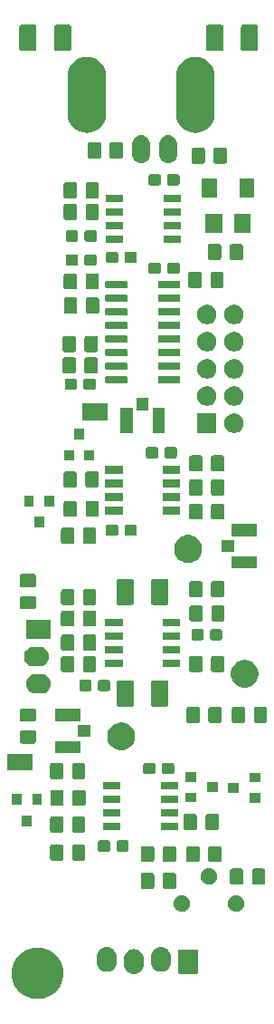
<source format=gbr>
G04 #@! TF.GenerationSoftware,KiCad,Pcbnew,(5.1.5-0-10_14)*
G04 #@! TF.CreationDate,2021-02-04T12:17:35+01:00*
G04 #@! TF.ProjectId,vm120-output,766d3132-302d-46f7-9574-7075742e6b69,rev?*
G04 #@! TF.SameCoordinates,Original*
G04 #@! TF.FileFunction,Soldermask,Top*
G04 #@! TF.FilePolarity,Negative*
%FSLAX46Y46*%
G04 Gerber Fmt 4.6, Leading zero omitted, Abs format (unit mm)*
G04 Created by KiCad (PCBNEW (5.1.5-0-10_14)) date 2021-02-04 12:17:35*
%MOMM*%
%LPD*%
G04 APERTURE LIST*
%ADD10C,0.100000*%
G04 APERTURE END LIST*
D10*
G36*
X155667212Y-128786334D02*
G01*
X155899146Y-128832469D01*
X156336100Y-129013462D01*
X156729348Y-129276222D01*
X157063778Y-129610652D01*
X157326538Y-130003900D01*
X157507531Y-130440854D01*
X157509698Y-130451747D01*
X157576057Y-130785355D01*
X157599800Y-130904722D01*
X157599800Y-131377678D01*
X157507531Y-131841546D01*
X157326538Y-132278500D01*
X157063778Y-132671748D01*
X156729348Y-133006178D01*
X156336100Y-133268938D01*
X155899146Y-133449931D01*
X155667212Y-133496066D01*
X155435279Y-133542200D01*
X154962321Y-133542200D01*
X154730388Y-133496066D01*
X154498454Y-133449931D01*
X154061500Y-133268938D01*
X153668252Y-133006178D01*
X153333822Y-132671748D01*
X153071062Y-132278500D01*
X152890069Y-131841546D01*
X152797800Y-131377678D01*
X152797800Y-130904722D01*
X152821544Y-130785355D01*
X152887902Y-130451747D01*
X152890069Y-130440854D01*
X153071062Y-130003900D01*
X153333822Y-129610652D01*
X153668252Y-129276222D01*
X154061500Y-129013462D01*
X154498454Y-128832469D01*
X154730388Y-128786334D01*
X154962321Y-128740200D01*
X155435279Y-128740200D01*
X155667212Y-128786334D01*
G37*
G36*
X164399348Y-128903526D02*
G01*
X164572957Y-128956190D01*
X164732956Y-129041711D01*
X164747412Y-129053575D01*
X164873197Y-129156803D01*
X164952529Y-129253471D01*
X164988289Y-129297044D01*
X165073810Y-129457043D01*
X165126474Y-129630652D01*
X165139800Y-129765957D01*
X165139800Y-130316444D01*
X165126474Y-130451748D01*
X165073810Y-130625357D01*
X164988289Y-130785356D01*
X164952529Y-130828929D01*
X164873197Y-130925597D01*
X164732955Y-131040689D01*
X164572956Y-131126210D01*
X164399347Y-131178874D01*
X164218800Y-131196656D01*
X164038252Y-131178874D01*
X163864643Y-131126210D01*
X163704644Y-131040689D01*
X163650990Y-130996656D01*
X163564403Y-130925597D01*
X163449311Y-130785355D01*
X163363791Y-130625358D01*
X163363790Y-130625356D01*
X163311126Y-130451747D01*
X163297800Y-130316443D01*
X163297800Y-129765956D01*
X163311126Y-129630652D01*
X163363790Y-129457043D01*
X163449312Y-129297044D01*
X163482141Y-129257042D01*
X163564404Y-129156803D01*
X163690189Y-129053575D01*
X163704645Y-129041711D01*
X163864644Y-128956190D01*
X164038253Y-128903526D01*
X164218800Y-128885744D01*
X164399348Y-128903526D01*
G37*
G36*
X170078361Y-128894166D02*
G01*
X170111183Y-128904123D01*
X170141432Y-128920292D01*
X170167948Y-128942052D01*
X170189708Y-128968568D01*
X170205877Y-128998817D01*
X170215834Y-129031639D01*
X170219800Y-129071913D01*
X170219800Y-131010487D01*
X170215834Y-131050761D01*
X170205877Y-131083583D01*
X170189708Y-131113832D01*
X170167948Y-131140348D01*
X170141432Y-131162108D01*
X170111183Y-131178277D01*
X170078361Y-131188234D01*
X170038087Y-131192200D01*
X168559513Y-131192200D01*
X168519239Y-131188234D01*
X168486417Y-131178277D01*
X168456168Y-131162108D01*
X168429652Y-131140348D01*
X168407892Y-131113832D01*
X168391723Y-131083583D01*
X168381766Y-131050761D01*
X168377800Y-131010487D01*
X168377800Y-129071913D01*
X168381766Y-129031639D01*
X168391723Y-128998817D01*
X168407892Y-128968568D01*
X168429652Y-128942052D01*
X168456168Y-128920292D01*
X168486417Y-128904123D01*
X168519239Y-128894166D01*
X168559513Y-128890200D01*
X170038087Y-128890200D01*
X170078361Y-128894166D01*
G37*
G36*
X161859348Y-128703526D02*
G01*
X162032957Y-128756190D01*
X162192956Y-128841711D01*
X162236529Y-128877471D01*
X162333197Y-128956803D01*
X162394612Y-129031639D01*
X162448289Y-129097044D01*
X162533810Y-129257043D01*
X162586474Y-129430652D01*
X162599800Y-129565957D01*
X162599800Y-130116444D01*
X162586474Y-130251748D01*
X162533810Y-130425357D01*
X162448289Y-130585356D01*
X162415461Y-130625357D01*
X162333197Y-130725597D01*
X162192955Y-130840689D01*
X162032956Y-130926210D01*
X161859347Y-130978874D01*
X161678800Y-130996656D01*
X161498252Y-130978874D01*
X161324643Y-130926210D01*
X161164644Y-130840689D01*
X161097221Y-130785356D01*
X161024403Y-130725597D01*
X160909311Y-130585355D01*
X160823791Y-130425358D01*
X160823790Y-130425356D01*
X160771126Y-130251747D01*
X160757800Y-130116443D01*
X160757800Y-129565956D01*
X160771126Y-129430652D01*
X160823790Y-129257043D01*
X160909312Y-129097044D01*
X160919632Y-129084470D01*
X161024404Y-128956803D01*
X161121072Y-128877471D01*
X161164645Y-128841711D01*
X161324644Y-128756190D01*
X161498253Y-128703526D01*
X161678800Y-128685744D01*
X161859348Y-128703526D01*
G37*
G36*
X166939348Y-128703526D02*
G01*
X167112957Y-128756190D01*
X167272956Y-128841711D01*
X167316529Y-128877471D01*
X167413197Y-128956803D01*
X167474612Y-129031639D01*
X167528289Y-129097044D01*
X167613810Y-129257043D01*
X167666474Y-129430652D01*
X167679800Y-129565957D01*
X167679800Y-130116444D01*
X167666474Y-130251748D01*
X167613810Y-130425357D01*
X167528289Y-130585356D01*
X167495461Y-130625357D01*
X167413197Y-130725597D01*
X167272955Y-130840689D01*
X167112956Y-130926210D01*
X166939347Y-130978874D01*
X166758800Y-130996656D01*
X166578252Y-130978874D01*
X166404643Y-130926210D01*
X166244644Y-130840689D01*
X166177221Y-130785356D01*
X166104403Y-130725597D01*
X165989311Y-130585355D01*
X165903791Y-130425358D01*
X165903790Y-130425356D01*
X165851126Y-130251747D01*
X165837800Y-130116443D01*
X165837800Y-129565956D01*
X165851126Y-129430652D01*
X165903790Y-129257043D01*
X165989312Y-129097044D01*
X165999632Y-129084470D01*
X166104404Y-128956803D01*
X166201072Y-128877471D01*
X166244645Y-128841711D01*
X166404644Y-128756190D01*
X166578253Y-128703526D01*
X166758800Y-128685744D01*
X166939348Y-128703526D01*
G37*
G36*
X173925589Y-123838876D02*
G01*
X174024893Y-123858629D01*
X174165206Y-123916748D01*
X174291484Y-124001125D01*
X174398875Y-124108516D01*
X174483252Y-124234794D01*
X174541371Y-124375107D01*
X174571000Y-124524063D01*
X174571000Y-124675937D01*
X174541371Y-124824893D01*
X174483252Y-124965206D01*
X174398875Y-125091484D01*
X174291484Y-125198875D01*
X174165206Y-125283252D01*
X174024893Y-125341371D01*
X173925589Y-125361124D01*
X173875938Y-125371000D01*
X173724062Y-125371000D01*
X173674411Y-125361124D01*
X173575107Y-125341371D01*
X173434794Y-125283252D01*
X173308516Y-125198875D01*
X173201125Y-125091484D01*
X173116748Y-124965206D01*
X173058629Y-124824893D01*
X173029000Y-124675937D01*
X173029000Y-124524063D01*
X173058629Y-124375107D01*
X173116748Y-124234794D01*
X173201125Y-124108516D01*
X173308516Y-124001125D01*
X173434794Y-123916748D01*
X173575107Y-123858629D01*
X173674411Y-123838876D01*
X173724062Y-123829000D01*
X173875938Y-123829000D01*
X173925589Y-123838876D01*
G37*
G36*
X168845589Y-123838876D02*
G01*
X168944893Y-123858629D01*
X169085206Y-123916748D01*
X169211484Y-124001125D01*
X169318875Y-124108516D01*
X169403252Y-124234794D01*
X169461371Y-124375107D01*
X169491000Y-124524063D01*
X169491000Y-124675937D01*
X169461371Y-124824893D01*
X169403252Y-124965206D01*
X169318875Y-125091484D01*
X169211484Y-125198875D01*
X169085206Y-125283252D01*
X168944893Y-125341371D01*
X168845589Y-125361124D01*
X168795938Y-125371000D01*
X168644062Y-125371000D01*
X168594411Y-125361124D01*
X168495107Y-125341371D01*
X168354794Y-125283252D01*
X168228516Y-125198875D01*
X168121125Y-125091484D01*
X168036748Y-124965206D01*
X167978629Y-124824893D01*
X167949000Y-124675937D01*
X167949000Y-124524063D01*
X167978629Y-124375107D01*
X168036748Y-124234794D01*
X168121125Y-124108516D01*
X168228516Y-124001125D01*
X168354794Y-123916748D01*
X168495107Y-123858629D01*
X168594411Y-123838876D01*
X168644062Y-123829000D01*
X168795938Y-123829000D01*
X168845589Y-123838876D01*
G37*
G36*
X165963674Y-121753465D02*
G01*
X166001367Y-121764899D01*
X166036103Y-121783466D01*
X166066548Y-121808452D01*
X166091534Y-121838897D01*
X166110101Y-121873633D01*
X166121535Y-121911326D01*
X166126000Y-121956661D01*
X166126000Y-123043339D01*
X166121535Y-123088674D01*
X166110101Y-123126367D01*
X166091534Y-123161103D01*
X166066548Y-123191548D01*
X166036103Y-123216534D01*
X166001367Y-123235101D01*
X165963674Y-123246535D01*
X165918339Y-123251000D01*
X165081661Y-123251000D01*
X165036326Y-123246535D01*
X164998633Y-123235101D01*
X164963897Y-123216534D01*
X164933452Y-123191548D01*
X164908466Y-123161103D01*
X164889899Y-123126367D01*
X164878465Y-123088674D01*
X164874000Y-123043339D01*
X164874000Y-121956661D01*
X164878465Y-121911326D01*
X164889899Y-121873633D01*
X164908466Y-121838897D01*
X164933452Y-121808452D01*
X164963897Y-121783466D01*
X164998633Y-121764899D01*
X165036326Y-121753465D01*
X165081661Y-121749000D01*
X165918339Y-121749000D01*
X165963674Y-121753465D01*
G37*
G36*
X168013674Y-121753465D02*
G01*
X168051367Y-121764899D01*
X168086103Y-121783466D01*
X168116548Y-121808452D01*
X168141534Y-121838897D01*
X168160101Y-121873633D01*
X168171535Y-121911326D01*
X168176000Y-121956661D01*
X168176000Y-123043339D01*
X168171535Y-123088674D01*
X168160101Y-123126367D01*
X168141534Y-123161103D01*
X168116548Y-123191548D01*
X168086103Y-123216534D01*
X168051367Y-123235101D01*
X168013674Y-123246535D01*
X167968339Y-123251000D01*
X167131661Y-123251000D01*
X167086326Y-123246535D01*
X167048633Y-123235101D01*
X167013897Y-123216534D01*
X166983452Y-123191548D01*
X166958466Y-123161103D01*
X166939899Y-123126367D01*
X166928465Y-123088674D01*
X166924000Y-123043339D01*
X166924000Y-121956661D01*
X166928465Y-121911326D01*
X166939899Y-121873633D01*
X166958466Y-121838897D01*
X166983452Y-121808452D01*
X167013897Y-121783466D01*
X167048633Y-121764899D01*
X167086326Y-121753465D01*
X167131661Y-121749000D01*
X167968339Y-121749000D01*
X168013674Y-121753465D01*
G37*
G36*
X174313674Y-121353465D02*
G01*
X174351367Y-121364899D01*
X174386103Y-121383466D01*
X174416548Y-121408452D01*
X174441534Y-121438897D01*
X174460101Y-121473633D01*
X174471535Y-121511326D01*
X174476000Y-121556661D01*
X174476000Y-122643339D01*
X174471535Y-122688674D01*
X174460101Y-122726367D01*
X174441534Y-122761103D01*
X174416548Y-122791548D01*
X174386103Y-122816534D01*
X174351367Y-122835101D01*
X174313674Y-122846535D01*
X174268339Y-122851000D01*
X173431661Y-122851000D01*
X173386326Y-122846535D01*
X173348633Y-122835101D01*
X173313897Y-122816534D01*
X173283452Y-122791548D01*
X173258466Y-122761103D01*
X173239899Y-122726367D01*
X173228465Y-122688674D01*
X173224000Y-122643339D01*
X173224000Y-121556661D01*
X173228465Y-121511326D01*
X173239899Y-121473633D01*
X173258466Y-121438897D01*
X173283452Y-121408452D01*
X173313897Y-121383466D01*
X173348633Y-121364899D01*
X173386326Y-121353465D01*
X173431661Y-121349000D01*
X174268339Y-121349000D01*
X174313674Y-121353465D01*
G37*
G36*
X176363674Y-121353465D02*
G01*
X176401367Y-121364899D01*
X176436103Y-121383466D01*
X176466548Y-121408452D01*
X176491534Y-121438897D01*
X176510101Y-121473633D01*
X176521535Y-121511326D01*
X176526000Y-121556661D01*
X176526000Y-122643339D01*
X176521535Y-122688674D01*
X176510101Y-122726367D01*
X176491534Y-122761103D01*
X176466548Y-122791548D01*
X176436103Y-122816534D01*
X176401367Y-122835101D01*
X176363674Y-122846535D01*
X176318339Y-122851000D01*
X175481661Y-122851000D01*
X175436326Y-122846535D01*
X175398633Y-122835101D01*
X175363897Y-122816534D01*
X175333452Y-122791548D01*
X175308466Y-122761103D01*
X175289899Y-122726367D01*
X175278465Y-122688674D01*
X175274000Y-122643339D01*
X175274000Y-121556661D01*
X175278465Y-121511326D01*
X175289899Y-121473633D01*
X175308466Y-121438897D01*
X175333452Y-121408452D01*
X175363897Y-121383466D01*
X175398633Y-121364899D01*
X175436326Y-121353465D01*
X175481661Y-121349000D01*
X176318339Y-121349000D01*
X176363674Y-121353465D01*
G37*
G36*
X171385589Y-121298876D02*
G01*
X171484893Y-121318629D01*
X171625206Y-121376748D01*
X171751484Y-121461125D01*
X171858875Y-121568516D01*
X171943252Y-121694794D01*
X172001371Y-121835107D01*
X172008304Y-121869962D01*
X172025550Y-121956661D01*
X172031000Y-121984063D01*
X172031000Y-122135937D01*
X172001371Y-122284893D01*
X171943252Y-122425206D01*
X171858875Y-122551484D01*
X171751484Y-122658875D01*
X171625206Y-122743252D01*
X171484893Y-122801371D01*
X171385589Y-122821124D01*
X171335938Y-122831000D01*
X171184062Y-122831000D01*
X171134411Y-122821124D01*
X171035107Y-122801371D01*
X170894794Y-122743252D01*
X170768516Y-122658875D01*
X170661125Y-122551484D01*
X170576748Y-122425206D01*
X170518629Y-122284893D01*
X170489000Y-122135937D01*
X170489000Y-121984063D01*
X170494451Y-121956661D01*
X170511696Y-121869962D01*
X170518629Y-121835107D01*
X170576748Y-121694794D01*
X170661125Y-121568516D01*
X170768516Y-121461125D01*
X170894794Y-121376748D01*
X171035107Y-121318629D01*
X171134411Y-121298876D01*
X171184062Y-121289000D01*
X171335938Y-121289000D01*
X171385589Y-121298876D01*
G37*
G36*
X170212474Y-119244665D02*
G01*
X170250167Y-119256099D01*
X170284903Y-119274666D01*
X170315348Y-119299652D01*
X170340334Y-119330097D01*
X170358901Y-119364833D01*
X170370335Y-119402526D01*
X170374800Y-119447861D01*
X170374800Y-120534539D01*
X170370335Y-120579874D01*
X170358901Y-120617567D01*
X170340334Y-120652303D01*
X170315348Y-120682748D01*
X170284903Y-120707734D01*
X170250167Y-120726301D01*
X170212474Y-120737735D01*
X170167139Y-120742200D01*
X169330461Y-120742200D01*
X169285126Y-120737735D01*
X169247433Y-120726301D01*
X169212697Y-120707734D01*
X169182252Y-120682748D01*
X169157266Y-120652303D01*
X169138699Y-120617567D01*
X169127265Y-120579874D01*
X169122800Y-120534539D01*
X169122800Y-119447861D01*
X169127265Y-119402526D01*
X169138699Y-119364833D01*
X169157266Y-119330097D01*
X169182252Y-119299652D01*
X169212697Y-119274666D01*
X169247433Y-119256099D01*
X169285126Y-119244665D01*
X169330461Y-119240200D01*
X170167139Y-119240200D01*
X170212474Y-119244665D01*
G37*
G36*
X168012474Y-119244665D02*
G01*
X168050167Y-119256099D01*
X168084903Y-119274666D01*
X168115348Y-119299652D01*
X168140334Y-119330097D01*
X168158901Y-119364833D01*
X168170335Y-119402526D01*
X168174800Y-119447861D01*
X168174800Y-120534539D01*
X168170335Y-120579874D01*
X168158901Y-120617567D01*
X168140334Y-120652303D01*
X168115348Y-120682748D01*
X168084903Y-120707734D01*
X168050167Y-120726301D01*
X168012474Y-120737735D01*
X167967139Y-120742200D01*
X167130461Y-120742200D01*
X167085126Y-120737735D01*
X167047433Y-120726301D01*
X167012697Y-120707734D01*
X166982252Y-120682748D01*
X166957266Y-120652303D01*
X166938699Y-120617567D01*
X166927265Y-120579874D01*
X166922800Y-120534539D01*
X166922800Y-119447861D01*
X166927265Y-119402526D01*
X166938699Y-119364833D01*
X166957266Y-119330097D01*
X166982252Y-119299652D01*
X167012697Y-119274666D01*
X167047433Y-119256099D01*
X167085126Y-119244665D01*
X167130461Y-119240200D01*
X167967139Y-119240200D01*
X168012474Y-119244665D01*
G37*
G36*
X165962474Y-119244665D02*
G01*
X166000167Y-119256099D01*
X166034903Y-119274666D01*
X166065348Y-119299652D01*
X166090334Y-119330097D01*
X166108901Y-119364833D01*
X166120335Y-119402526D01*
X166124800Y-119447861D01*
X166124800Y-120534539D01*
X166120335Y-120579874D01*
X166108901Y-120617567D01*
X166090334Y-120652303D01*
X166065348Y-120682748D01*
X166034903Y-120707734D01*
X166000167Y-120726301D01*
X165962474Y-120737735D01*
X165917139Y-120742200D01*
X165080461Y-120742200D01*
X165035126Y-120737735D01*
X164997433Y-120726301D01*
X164962697Y-120707734D01*
X164932252Y-120682748D01*
X164907266Y-120652303D01*
X164888699Y-120617567D01*
X164877265Y-120579874D01*
X164872800Y-120534539D01*
X164872800Y-119447861D01*
X164877265Y-119402526D01*
X164888699Y-119364833D01*
X164907266Y-119330097D01*
X164932252Y-119299652D01*
X164962697Y-119274666D01*
X164997433Y-119256099D01*
X165035126Y-119244665D01*
X165080461Y-119240200D01*
X165917139Y-119240200D01*
X165962474Y-119244665D01*
G37*
G36*
X172262474Y-119244665D02*
G01*
X172300167Y-119256099D01*
X172334903Y-119274666D01*
X172365348Y-119299652D01*
X172390334Y-119330097D01*
X172408901Y-119364833D01*
X172420335Y-119402526D01*
X172424800Y-119447861D01*
X172424800Y-120534539D01*
X172420335Y-120579874D01*
X172408901Y-120617567D01*
X172390334Y-120652303D01*
X172365348Y-120682748D01*
X172334903Y-120707734D01*
X172300167Y-120726301D01*
X172262474Y-120737735D01*
X172217139Y-120742200D01*
X171380461Y-120742200D01*
X171335126Y-120737735D01*
X171297433Y-120726301D01*
X171262697Y-120707734D01*
X171232252Y-120682748D01*
X171207266Y-120652303D01*
X171188699Y-120617567D01*
X171177265Y-120579874D01*
X171172800Y-120534539D01*
X171172800Y-119447861D01*
X171177265Y-119402526D01*
X171188699Y-119364833D01*
X171207266Y-119330097D01*
X171232252Y-119299652D01*
X171262697Y-119274666D01*
X171297433Y-119256099D01*
X171335126Y-119244665D01*
X171380461Y-119240200D01*
X172217139Y-119240200D01*
X172262474Y-119244665D01*
G37*
G36*
X157463674Y-119103465D02*
G01*
X157501367Y-119114899D01*
X157536103Y-119133466D01*
X157566548Y-119158452D01*
X157591534Y-119188897D01*
X157610101Y-119223633D01*
X157621535Y-119261326D01*
X157626000Y-119306661D01*
X157626000Y-120393339D01*
X157621535Y-120438674D01*
X157610101Y-120476367D01*
X157591534Y-120511103D01*
X157566548Y-120541548D01*
X157536103Y-120566534D01*
X157501367Y-120585101D01*
X157463674Y-120596535D01*
X157418339Y-120601000D01*
X156581661Y-120601000D01*
X156536326Y-120596535D01*
X156498633Y-120585101D01*
X156463897Y-120566534D01*
X156433452Y-120541548D01*
X156408466Y-120511103D01*
X156389899Y-120476367D01*
X156378465Y-120438674D01*
X156374000Y-120393339D01*
X156374000Y-119306661D01*
X156378465Y-119261326D01*
X156389899Y-119223633D01*
X156408466Y-119188897D01*
X156433452Y-119158452D01*
X156463897Y-119133466D01*
X156498633Y-119114899D01*
X156536326Y-119103465D01*
X156581661Y-119099000D01*
X157418339Y-119099000D01*
X157463674Y-119103465D01*
G37*
G36*
X159513674Y-119103465D02*
G01*
X159551367Y-119114899D01*
X159586103Y-119133466D01*
X159616548Y-119158452D01*
X159641534Y-119188897D01*
X159660101Y-119223633D01*
X159671535Y-119261326D01*
X159676000Y-119306661D01*
X159676000Y-120393339D01*
X159671535Y-120438674D01*
X159660101Y-120476367D01*
X159641534Y-120511103D01*
X159616548Y-120541548D01*
X159586103Y-120566534D01*
X159551367Y-120585101D01*
X159513674Y-120596535D01*
X159468339Y-120601000D01*
X158631661Y-120601000D01*
X158586326Y-120596535D01*
X158548633Y-120585101D01*
X158513897Y-120566534D01*
X158483452Y-120541548D01*
X158458466Y-120511103D01*
X158439899Y-120476367D01*
X158428465Y-120438674D01*
X158424000Y-120393339D01*
X158424000Y-119306661D01*
X158428465Y-119261326D01*
X158439899Y-119223633D01*
X158458466Y-119188897D01*
X158483452Y-119158452D01*
X158513897Y-119133466D01*
X158548633Y-119114899D01*
X158586326Y-119103465D01*
X158631661Y-119099000D01*
X159468339Y-119099000D01*
X159513674Y-119103465D01*
G37*
G36*
X163588299Y-118719645D02*
G01*
X163625795Y-118731020D01*
X163660354Y-118749492D01*
X163690647Y-118774353D01*
X163715508Y-118804646D01*
X163733980Y-118839205D01*
X163745355Y-118876701D01*
X163749800Y-118921838D01*
X163749800Y-119560562D01*
X163745355Y-119605699D01*
X163733980Y-119643195D01*
X163715508Y-119677754D01*
X163690647Y-119708047D01*
X163660354Y-119732908D01*
X163625795Y-119751380D01*
X163588299Y-119762755D01*
X163543162Y-119767200D01*
X162804438Y-119767200D01*
X162759301Y-119762755D01*
X162721805Y-119751380D01*
X162687246Y-119732908D01*
X162656953Y-119708047D01*
X162632092Y-119677754D01*
X162613620Y-119643195D01*
X162602245Y-119605699D01*
X162597800Y-119560562D01*
X162597800Y-118921838D01*
X162602245Y-118876701D01*
X162613620Y-118839205D01*
X162632092Y-118804646D01*
X162656953Y-118774353D01*
X162687246Y-118749492D01*
X162721805Y-118731020D01*
X162759301Y-118719645D01*
X162804438Y-118715200D01*
X163543162Y-118715200D01*
X163588299Y-118719645D01*
G37*
G36*
X161838299Y-118719645D02*
G01*
X161875795Y-118731020D01*
X161910354Y-118749492D01*
X161940647Y-118774353D01*
X161965508Y-118804646D01*
X161983980Y-118839205D01*
X161995355Y-118876701D01*
X161999800Y-118921838D01*
X161999800Y-119560562D01*
X161995355Y-119605699D01*
X161983980Y-119643195D01*
X161965508Y-119677754D01*
X161940647Y-119708047D01*
X161910354Y-119732908D01*
X161875795Y-119751380D01*
X161838299Y-119762755D01*
X161793162Y-119767200D01*
X161054438Y-119767200D01*
X161009301Y-119762755D01*
X160971805Y-119751380D01*
X160937246Y-119732908D01*
X160906953Y-119708047D01*
X160882092Y-119677754D01*
X160863620Y-119643195D01*
X160852245Y-119605699D01*
X160847800Y-119560562D01*
X160847800Y-118921838D01*
X160852245Y-118876701D01*
X160863620Y-118839205D01*
X160882092Y-118804646D01*
X160906953Y-118774353D01*
X160937246Y-118749492D01*
X160971805Y-118731020D01*
X161009301Y-118719645D01*
X161054438Y-118715200D01*
X161793162Y-118715200D01*
X161838299Y-118719645D01*
G37*
G36*
X159512474Y-116494665D02*
G01*
X159550167Y-116506099D01*
X159584903Y-116524666D01*
X159615348Y-116549652D01*
X159640334Y-116580097D01*
X159658901Y-116614833D01*
X159670335Y-116652526D01*
X159674800Y-116697861D01*
X159674800Y-117784539D01*
X159670335Y-117829874D01*
X159658901Y-117867567D01*
X159640334Y-117902303D01*
X159615348Y-117932748D01*
X159584903Y-117957734D01*
X159550167Y-117976301D01*
X159512474Y-117987735D01*
X159467139Y-117992200D01*
X158630461Y-117992200D01*
X158585126Y-117987735D01*
X158547433Y-117976301D01*
X158512697Y-117957734D01*
X158482252Y-117932748D01*
X158457266Y-117902303D01*
X158438699Y-117867567D01*
X158427265Y-117829874D01*
X158422800Y-117784539D01*
X158422800Y-116697861D01*
X158427265Y-116652526D01*
X158438699Y-116614833D01*
X158457266Y-116580097D01*
X158482252Y-116549652D01*
X158512697Y-116524666D01*
X158547433Y-116506099D01*
X158585126Y-116494665D01*
X158630461Y-116490200D01*
X159467139Y-116490200D01*
X159512474Y-116494665D01*
G37*
G36*
X157462474Y-116494665D02*
G01*
X157500167Y-116506099D01*
X157534903Y-116524666D01*
X157565348Y-116549652D01*
X157590334Y-116580097D01*
X157608901Y-116614833D01*
X157620335Y-116652526D01*
X157624800Y-116697861D01*
X157624800Y-117784539D01*
X157620335Y-117829874D01*
X157608901Y-117867567D01*
X157590334Y-117902303D01*
X157565348Y-117932748D01*
X157534903Y-117957734D01*
X157500167Y-117976301D01*
X157462474Y-117987735D01*
X157417139Y-117992200D01*
X156580461Y-117992200D01*
X156535126Y-117987735D01*
X156497433Y-117976301D01*
X156462697Y-117957734D01*
X156432252Y-117932748D01*
X156407266Y-117902303D01*
X156388699Y-117867567D01*
X156377265Y-117829874D01*
X156372800Y-117784539D01*
X156372800Y-116697861D01*
X156377265Y-116652526D01*
X156388699Y-116614833D01*
X156407266Y-116580097D01*
X156432252Y-116549652D01*
X156462697Y-116524666D01*
X156497433Y-116506099D01*
X156535126Y-116494665D01*
X156580461Y-116490200D01*
X157417139Y-116490200D01*
X157462474Y-116494665D01*
G37*
G36*
X162974800Y-117747200D02*
G01*
X161322800Y-117747200D01*
X161322800Y-117045200D01*
X162974800Y-117045200D01*
X162974800Y-117747200D01*
G37*
G36*
X168374800Y-117747200D02*
G01*
X166722800Y-117747200D01*
X166722800Y-117045200D01*
X168374800Y-117045200D01*
X168374800Y-117747200D01*
G37*
G36*
X169962474Y-116244665D02*
G01*
X170000167Y-116256099D01*
X170034903Y-116274666D01*
X170065348Y-116299652D01*
X170090334Y-116330097D01*
X170108901Y-116364833D01*
X170120335Y-116402526D01*
X170124800Y-116447861D01*
X170124800Y-117534539D01*
X170120335Y-117579874D01*
X170108901Y-117617567D01*
X170090334Y-117652303D01*
X170065348Y-117682748D01*
X170034903Y-117707734D01*
X170000167Y-117726301D01*
X169962474Y-117737735D01*
X169917139Y-117742200D01*
X169080461Y-117742200D01*
X169035126Y-117737735D01*
X168997433Y-117726301D01*
X168962697Y-117707734D01*
X168932252Y-117682748D01*
X168907266Y-117652303D01*
X168888699Y-117617567D01*
X168877265Y-117579874D01*
X168872800Y-117534539D01*
X168872800Y-116447861D01*
X168877265Y-116402526D01*
X168888699Y-116364833D01*
X168907266Y-116330097D01*
X168932252Y-116299652D01*
X168962697Y-116274666D01*
X168997433Y-116256099D01*
X169035126Y-116244665D01*
X169080461Y-116240200D01*
X169917139Y-116240200D01*
X169962474Y-116244665D01*
G37*
G36*
X172012474Y-116244665D02*
G01*
X172050167Y-116256099D01*
X172084903Y-116274666D01*
X172115348Y-116299652D01*
X172140334Y-116330097D01*
X172158901Y-116364833D01*
X172170335Y-116402526D01*
X172174800Y-116447861D01*
X172174800Y-117534539D01*
X172170335Y-117579874D01*
X172158901Y-117617567D01*
X172140334Y-117652303D01*
X172115348Y-117682748D01*
X172084903Y-117707734D01*
X172050167Y-117726301D01*
X172012474Y-117737735D01*
X171967139Y-117742200D01*
X171130461Y-117742200D01*
X171085126Y-117737735D01*
X171047433Y-117726301D01*
X171012697Y-117707734D01*
X170982252Y-117682748D01*
X170957266Y-117652303D01*
X170938699Y-117617567D01*
X170927265Y-117579874D01*
X170922800Y-117534539D01*
X170922800Y-116447861D01*
X170927265Y-116402526D01*
X170938699Y-116364833D01*
X170957266Y-116330097D01*
X170982252Y-116299652D01*
X171012697Y-116274666D01*
X171047433Y-116256099D01*
X171085126Y-116244665D01*
X171130461Y-116240200D01*
X171967139Y-116240200D01*
X172012474Y-116244665D01*
G37*
G36*
X154651000Y-117401000D02*
G01*
X153749000Y-117401000D01*
X153749000Y-116399000D01*
X154651000Y-116399000D01*
X154651000Y-117401000D01*
G37*
G36*
X162974800Y-116477200D02*
G01*
X161322800Y-116477200D01*
X161322800Y-115775200D01*
X162974800Y-115775200D01*
X162974800Y-116477200D01*
G37*
G36*
X168374800Y-116477200D02*
G01*
X166722800Y-116477200D01*
X166722800Y-115775200D01*
X168374800Y-115775200D01*
X168374800Y-116477200D01*
G37*
G36*
X159537474Y-113994665D02*
G01*
X159575167Y-114006099D01*
X159609903Y-114024666D01*
X159640348Y-114049652D01*
X159665334Y-114080097D01*
X159683901Y-114114833D01*
X159695335Y-114152526D01*
X159699800Y-114197861D01*
X159699800Y-115284539D01*
X159695335Y-115329874D01*
X159683901Y-115367567D01*
X159665334Y-115402303D01*
X159640348Y-115432748D01*
X159609903Y-115457734D01*
X159575167Y-115476301D01*
X159537474Y-115487735D01*
X159492139Y-115492200D01*
X158655461Y-115492200D01*
X158610126Y-115487735D01*
X158572433Y-115476301D01*
X158537697Y-115457734D01*
X158507252Y-115432748D01*
X158482266Y-115402303D01*
X158463699Y-115367567D01*
X158452265Y-115329874D01*
X158447800Y-115284539D01*
X158447800Y-114197861D01*
X158452265Y-114152526D01*
X158463699Y-114114833D01*
X158482266Y-114080097D01*
X158507252Y-114049652D01*
X158537697Y-114024666D01*
X158572433Y-114006099D01*
X158610126Y-113994665D01*
X158655461Y-113990200D01*
X159492139Y-113990200D01*
X159537474Y-113994665D01*
G37*
G36*
X157487474Y-113994665D02*
G01*
X157525167Y-114006099D01*
X157559903Y-114024666D01*
X157590348Y-114049652D01*
X157615334Y-114080097D01*
X157633901Y-114114833D01*
X157645335Y-114152526D01*
X157649800Y-114197861D01*
X157649800Y-115284539D01*
X157645335Y-115329874D01*
X157633901Y-115367567D01*
X157615334Y-115402303D01*
X157590348Y-115432748D01*
X157559903Y-115457734D01*
X157525167Y-115476301D01*
X157487474Y-115487735D01*
X157442139Y-115492200D01*
X156605461Y-115492200D01*
X156560126Y-115487735D01*
X156522433Y-115476301D01*
X156487697Y-115457734D01*
X156457252Y-115432748D01*
X156432266Y-115402303D01*
X156413699Y-115367567D01*
X156402265Y-115329874D01*
X156397800Y-115284539D01*
X156397800Y-114197861D01*
X156402265Y-114152526D01*
X156413699Y-114114833D01*
X156432266Y-114080097D01*
X156457252Y-114049652D01*
X156487697Y-114024666D01*
X156522433Y-114006099D01*
X156560126Y-113994665D01*
X156605461Y-113990200D01*
X157442139Y-113990200D01*
X157487474Y-113994665D01*
G37*
G36*
X155601000Y-115401000D02*
G01*
X154699000Y-115401000D01*
X154699000Y-114399000D01*
X155601000Y-114399000D01*
X155601000Y-115401000D01*
G37*
G36*
X153701000Y-115401000D02*
G01*
X152799000Y-115401000D01*
X152799000Y-114399000D01*
X153701000Y-114399000D01*
X153701000Y-115401000D01*
G37*
G36*
X162974800Y-115207200D02*
G01*
X161322800Y-115207200D01*
X161322800Y-114505200D01*
X162974800Y-114505200D01*
X162974800Y-115207200D01*
G37*
G36*
X168374800Y-115207200D02*
G01*
X166722800Y-115207200D01*
X166722800Y-114505200D01*
X168374800Y-114505200D01*
X168374800Y-115207200D01*
G37*
G36*
X176049800Y-115192200D02*
G01*
X175047800Y-115192200D01*
X175047800Y-114290200D01*
X176049800Y-114290200D01*
X176049800Y-115192200D01*
G37*
G36*
X170049800Y-115142200D02*
G01*
X169047800Y-115142200D01*
X169047800Y-114240200D01*
X170049800Y-114240200D01*
X170049800Y-115142200D01*
G37*
G36*
X174049800Y-114242200D02*
G01*
X173047800Y-114242200D01*
X173047800Y-113340200D01*
X174049800Y-113340200D01*
X174049800Y-114242200D01*
G37*
G36*
X172049800Y-114192200D02*
G01*
X171047800Y-114192200D01*
X171047800Y-113290200D01*
X172049800Y-113290200D01*
X172049800Y-114192200D01*
G37*
G36*
X162974800Y-113937200D02*
G01*
X161322800Y-113937200D01*
X161322800Y-113235200D01*
X162974800Y-113235200D01*
X162974800Y-113937200D01*
G37*
G36*
X168374800Y-113937200D02*
G01*
X166722800Y-113937200D01*
X166722800Y-113235200D01*
X168374800Y-113235200D01*
X168374800Y-113937200D01*
G37*
G36*
X176049800Y-113292200D02*
G01*
X175047800Y-113292200D01*
X175047800Y-112390200D01*
X176049800Y-112390200D01*
X176049800Y-113292200D01*
G37*
G36*
X170049800Y-113242200D02*
G01*
X169047800Y-113242200D01*
X169047800Y-112340200D01*
X170049800Y-112340200D01*
X170049800Y-113242200D01*
G37*
G36*
X157462474Y-111494665D02*
G01*
X157500167Y-111506099D01*
X157534903Y-111524666D01*
X157565348Y-111549652D01*
X157590334Y-111580097D01*
X157608901Y-111614833D01*
X157620335Y-111652526D01*
X157624800Y-111697861D01*
X157624800Y-112784539D01*
X157620335Y-112829874D01*
X157608901Y-112867567D01*
X157590334Y-112902303D01*
X157565348Y-112932748D01*
X157534903Y-112957734D01*
X157500167Y-112976301D01*
X157462474Y-112987735D01*
X157417139Y-112992200D01*
X156580461Y-112992200D01*
X156535126Y-112987735D01*
X156497433Y-112976301D01*
X156462697Y-112957734D01*
X156432252Y-112932748D01*
X156407266Y-112902303D01*
X156388699Y-112867567D01*
X156377265Y-112829874D01*
X156372800Y-112784539D01*
X156372800Y-111697861D01*
X156377265Y-111652526D01*
X156388699Y-111614833D01*
X156407266Y-111580097D01*
X156432252Y-111549652D01*
X156462697Y-111524666D01*
X156497433Y-111506099D01*
X156535126Y-111494665D01*
X156580461Y-111490200D01*
X157417139Y-111490200D01*
X157462474Y-111494665D01*
G37*
G36*
X159512474Y-111494665D02*
G01*
X159550167Y-111506099D01*
X159584903Y-111524666D01*
X159615348Y-111549652D01*
X159640334Y-111580097D01*
X159658901Y-111614833D01*
X159670335Y-111652526D01*
X159674800Y-111697861D01*
X159674800Y-112784539D01*
X159670335Y-112829874D01*
X159658901Y-112867567D01*
X159640334Y-112902303D01*
X159615348Y-112932748D01*
X159584903Y-112957734D01*
X159550167Y-112976301D01*
X159512474Y-112987735D01*
X159467139Y-112992200D01*
X158630461Y-112992200D01*
X158585126Y-112987735D01*
X158547433Y-112976301D01*
X158512697Y-112957734D01*
X158482252Y-112932748D01*
X158457266Y-112902303D01*
X158438699Y-112867567D01*
X158427265Y-112829874D01*
X158422800Y-112784539D01*
X158422800Y-111697861D01*
X158427265Y-111652526D01*
X158438699Y-111614833D01*
X158457266Y-111580097D01*
X158482252Y-111549652D01*
X158512697Y-111524666D01*
X158547433Y-111506099D01*
X158585126Y-111494665D01*
X158630461Y-111490200D01*
X159467139Y-111490200D01*
X159512474Y-111494665D01*
G37*
G36*
X167838299Y-111469645D02*
G01*
X167875795Y-111481020D01*
X167910354Y-111499492D01*
X167940647Y-111524353D01*
X167965508Y-111554646D01*
X167983980Y-111589205D01*
X167995355Y-111626701D01*
X167999800Y-111671838D01*
X167999800Y-112310562D01*
X167995355Y-112355699D01*
X167983980Y-112393195D01*
X167965508Y-112427754D01*
X167940647Y-112458047D01*
X167910354Y-112482908D01*
X167875795Y-112501380D01*
X167838299Y-112512755D01*
X167793162Y-112517200D01*
X167054438Y-112517200D01*
X167009301Y-112512755D01*
X166971805Y-112501380D01*
X166937246Y-112482908D01*
X166906953Y-112458047D01*
X166882092Y-112427754D01*
X166863620Y-112393195D01*
X166852245Y-112355699D01*
X166847800Y-112310562D01*
X166847800Y-111671838D01*
X166852245Y-111626701D01*
X166863620Y-111589205D01*
X166882092Y-111554646D01*
X166906953Y-111524353D01*
X166937246Y-111499492D01*
X166971805Y-111481020D01*
X167009301Y-111469645D01*
X167054438Y-111465200D01*
X167793162Y-111465200D01*
X167838299Y-111469645D01*
G37*
G36*
X166088299Y-111469645D02*
G01*
X166125795Y-111481020D01*
X166160354Y-111499492D01*
X166190647Y-111524353D01*
X166215508Y-111554646D01*
X166233980Y-111589205D01*
X166245355Y-111626701D01*
X166249800Y-111671838D01*
X166249800Y-112310562D01*
X166245355Y-112355699D01*
X166233980Y-112393195D01*
X166215508Y-112427754D01*
X166190647Y-112458047D01*
X166160354Y-112482908D01*
X166125795Y-112501380D01*
X166088299Y-112512755D01*
X166043162Y-112517200D01*
X165304438Y-112517200D01*
X165259301Y-112512755D01*
X165221805Y-112501380D01*
X165187246Y-112482908D01*
X165156953Y-112458047D01*
X165132092Y-112427754D01*
X165113620Y-112393195D01*
X165102245Y-112355699D01*
X165097800Y-112310562D01*
X165097800Y-111671838D01*
X165102245Y-111626701D01*
X165113620Y-111589205D01*
X165132092Y-111554646D01*
X165156953Y-111524353D01*
X165187246Y-111499492D01*
X165221805Y-111481020D01*
X165259301Y-111469645D01*
X165304438Y-111465200D01*
X166043162Y-111465200D01*
X166088299Y-111469645D01*
G37*
G36*
X154751000Y-112201000D02*
G01*
X152349000Y-112201000D01*
X152349000Y-110599000D01*
X154751000Y-110599000D01*
X154751000Y-112201000D01*
G37*
G36*
X159204700Y-110562900D02*
G01*
X156892900Y-110562900D01*
X156892900Y-109419500D01*
X159204700Y-109419500D01*
X159204700Y-110562900D01*
G37*
G36*
X163420287Y-107736196D02*
G01*
X163657053Y-107834268D01*
X163657055Y-107834269D01*
X163819332Y-107942699D01*
X163870139Y-107976647D01*
X164051353Y-108157861D01*
X164193732Y-108370947D01*
X164291804Y-108607713D01*
X164341800Y-108859061D01*
X164341800Y-109115339D01*
X164291804Y-109366687D01*
X164280065Y-109395027D01*
X164193731Y-109603455D01*
X164051353Y-109816539D01*
X163870139Y-109997753D01*
X163657055Y-110140131D01*
X163657054Y-110140132D01*
X163657053Y-110140132D01*
X163420287Y-110238204D01*
X163168939Y-110288200D01*
X162912661Y-110288200D01*
X162661313Y-110238204D01*
X162424547Y-110140132D01*
X162424546Y-110140132D01*
X162424545Y-110140131D01*
X162211461Y-109997753D01*
X162030247Y-109816539D01*
X161887869Y-109603455D01*
X161801535Y-109395027D01*
X161789796Y-109366687D01*
X161739800Y-109115339D01*
X161739800Y-108859061D01*
X161789796Y-108607713D01*
X161887868Y-108370947D01*
X162030247Y-108157861D01*
X162211461Y-107976647D01*
X162262268Y-107942699D01*
X162424545Y-107834269D01*
X162424547Y-107834268D01*
X162661313Y-107736196D01*
X162912661Y-107686200D01*
X163168939Y-107686200D01*
X163420287Y-107736196D01*
G37*
G36*
X154887474Y-108419665D02*
G01*
X154925167Y-108431099D01*
X154959903Y-108449666D01*
X154990348Y-108474652D01*
X155015334Y-108505097D01*
X155033901Y-108539833D01*
X155045335Y-108577526D01*
X155049800Y-108622861D01*
X155049800Y-109459539D01*
X155045335Y-109504874D01*
X155033901Y-109542567D01*
X155015334Y-109577303D01*
X154990348Y-109607748D01*
X154959903Y-109632734D01*
X154925167Y-109651301D01*
X154887474Y-109662735D01*
X154842139Y-109667200D01*
X153755461Y-109667200D01*
X153710126Y-109662735D01*
X153672433Y-109651301D01*
X153637697Y-109632734D01*
X153607252Y-109607748D01*
X153582266Y-109577303D01*
X153563699Y-109542567D01*
X153552265Y-109504874D01*
X153547800Y-109459539D01*
X153547800Y-108622861D01*
X153552265Y-108577526D01*
X153563699Y-108539833D01*
X153582266Y-108505097D01*
X153607252Y-108474652D01*
X153637697Y-108449666D01*
X153672433Y-108431099D01*
X153710126Y-108419665D01*
X153755461Y-108415200D01*
X154842139Y-108415200D01*
X154887474Y-108419665D01*
G37*
G36*
X160149801Y-109044699D02*
G01*
X158997801Y-109044699D01*
X158997801Y-107942699D01*
X160149801Y-107942699D01*
X160149801Y-109044699D01*
G37*
G36*
X176537474Y-106244665D02*
G01*
X176575167Y-106256099D01*
X176609903Y-106274666D01*
X176640348Y-106299652D01*
X176665334Y-106330097D01*
X176683901Y-106364833D01*
X176695335Y-106402526D01*
X176699800Y-106447861D01*
X176699800Y-107534539D01*
X176695335Y-107579874D01*
X176683901Y-107617567D01*
X176665334Y-107652303D01*
X176640348Y-107682748D01*
X176609903Y-107707734D01*
X176575167Y-107726301D01*
X176537474Y-107737735D01*
X176492139Y-107742200D01*
X175655461Y-107742200D01*
X175610126Y-107737735D01*
X175572433Y-107726301D01*
X175537697Y-107707734D01*
X175507252Y-107682748D01*
X175482266Y-107652303D01*
X175463699Y-107617567D01*
X175452265Y-107579874D01*
X175447800Y-107534539D01*
X175447800Y-106447861D01*
X175452265Y-106402526D01*
X175463699Y-106364833D01*
X175482266Y-106330097D01*
X175507252Y-106299652D01*
X175537697Y-106274666D01*
X175572433Y-106256099D01*
X175610126Y-106244665D01*
X175655461Y-106240200D01*
X176492139Y-106240200D01*
X176537474Y-106244665D01*
G37*
G36*
X174487474Y-106244665D02*
G01*
X174525167Y-106256099D01*
X174559903Y-106274666D01*
X174590348Y-106299652D01*
X174615334Y-106330097D01*
X174633901Y-106364833D01*
X174645335Y-106402526D01*
X174649800Y-106447861D01*
X174649800Y-107534539D01*
X174645335Y-107579874D01*
X174633901Y-107617567D01*
X174615334Y-107652303D01*
X174590348Y-107682748D01*
X174559903Y-107707734D01*
X174525167Y-107726301D01*
X174487474Y-107737735D01*
X174442139Y-107742200D01*
X173605461Y-107742200D01*
X173560126Y-107737735D01*
X173522433Y-107726301D01*
X173487697Y-107707734D01*
X173457252Y-107682748D01*
X173432266Y-107652303D01*
X173413699Y-107617567D01*
X173402265Y-107579874D01*
X173397800Y-107534539D01*
X173397800Y-106447861D01*
X173402265Y-106402526D01*
X173413699Y-106364833D01*
X173432266Y-106330097D01*
X173457252Y-106299652D01*
X173487697Y-106274666D01*
X173522433Y-106256099D01*
X173560126Y-106244665D01*
X173605461Y-106240200D01*
X174442139Y-106240200D01*
X174487474Y-106244665D01*
G37*
G36*
X172287474Y-106244665D02*
G01*
X172325167Y-106256099D01*
X172359903Y-106274666D01*
X172390348Y-106299652D01*
X172415334Y-106330097D01*
X172433901Y-106364833D01*
X172445335Y-106402526D01*
X172449800Y-106447861D01*
X172449800Y-107534539D01*
X172445335Y-107579874D01*
X172433901Y-107617567D01*
X172415334Y-107652303D01*
X172390348Y-107682748D01*
X172359903Y-107707734D01*
X172325167Y-107726301D01*
X172287474Y-107737735D01*
X172242139Y-107742200D01*
X171405461Y-107742200D01*
X171360126Y-107737735D01*
X171322433Y-107726301D01*
X171287697Y-107707734D01*
X171257252Y-107682748D01*
X171232266Y-107652303D01*
X171213699Y-107617567D01*
X171202265Y-107579874D01*
X171197800Y-107534539D01*
X171197800Y-106447861D01*
X171202265Y-106402526D01*
X171213699Y-106364833D01*
X171232266Y-106330097D01*
X171257252Y-106299652D01*
X171287697Y-106274666D01*
X171322433Y-106256099D01*
X171360126Y-106244665D01*
X171405461Y-106240200D01*
X172242139Y-106240200D01*
X172287474Y-106244665D01*
G37*
G36*
X170237474Y-106244665D02*
G01*
X170275167Y-106256099D01*
X170309903Y-106274666D01*
X170340348Y-106299652D01*
X170365334Y-106330097D01*
X170383901Y-106364833D01*
X170395335Y-106402526D01*
X170399800Y-106447861D01*
X170399800Y-107534539D01*
X170395335Y-107579874D01*
X170383901Y-107617567D01*
X170365334Y-107652303D01*
X170340348Y-107682748D01*
X170309903Y-107707734D01*
X170275167Y-107726301D01*
X170237474Y-107737735D01*
X170192139Y-107742200D01*
X169355461Y-107742200D01*
X169310126Y-107737735D01*
X169272433Y-107726301D01*
X169237697Y-107707734D01*
X169207252Y-107682748D01*
X169182266Y-107652303D01*
X169163699Y-107617567D01*
X169152265Y-107579874D01*
X169147800Y-107534539D01*
X169147800Y-106447861D01*
X169152265Y-106402526D01*
X169163699Y-106364833D01*
X169182266Y-106330097D01*
X169207252Y-106299652D01*
X169237697Y-106274666D01*
X169272433Y-106256099D01*
X169310126Y-106244665D01*
X169355461Y-106240200D01*
X170192139Y-106240200D01*
X170237474Y-106244665D01*
G37*
G36*
X154887474Y-106369665D02*
G01*
X154925167Y-106381099D01*
X154959903Y-106399666D01*
X154990348Y-106424652D01*
X155015334Y-106455097D01*
X155033901Y-106489833D01*
X155045335Y-106527526D01*
X155049800Y-106572861D01*
X155049800Y-107409539D01*
X155045335Y-107454874D01*
X155033901Y-107492567D01*
X155015334Y-107527303D01*
X154990348Y-107557748D01*
X154959903Y-107582734D01*
X154925167Y-107601301D01*
X154887474Y-107612735D01*
X154842139Y-107617200D01*
X153755461Y-107617200D01*
X153710126Y-107612735D01*
X153672433Y-107601301D01*
X153637697Y-107582734D01*
X153607252Y-107557748D01*
X153582266Y-107527303D01*
X153563699Y-107492567D01*
X153552265Y-107454874D01*
X153547800Y-107409539D01*
X153547800Y-106572861D01*
X153552265Y-106527526D01*
X153563699Y-106489833D01*
X153582266Y-106455097D01*
X153607252Y-106424652D01*
X153637697Y-106399666D01*
X153672433Y-106381099D01*
X153710126Y-106369665D01*
X153755461Y-106365200D01*
X154842139Y-106365200D01*
X154887474Y-106369665D01*
G37*
G36*
X159204700Y-107567898D02*
G01*
X156892900Y-107567898D01*
X156892900Y-106424498D01*
X159204700Y-106424498D01*
X159204700Y-107567898D01*
G37*
G36*
X167301848Y-103769322D02*
G01*
X167336187Y-103779739D01*
X167367836Y-103796656D01*
X167395578Y-103819422D01*
X167418344Y-103847164D01*
X167435261Y-103878813D01*
X167445678Y-103913152D01*
X167449800Y-103955007D01*
X167449800Y-106027393D01*
X167445678Y-106069248D01*
X167435261Y-106103587D01*
X167418344Y-106135236D01*
X167395578Y-106162978D01*
X167367836Y-106185744D01*
X167336187Y-106202661D01*
X167301848Y-106213078D01*
X167259993Y-106217200D01*
X166037607Y-106217200D01*
X165995752Y-106213078D01*
X165961413Y-106202661D01*
X165929764Y-106185744D01*
X165902022Y-106162978D01*
X165879256Y-106135236D01*
X165862339Y-106103587D01*
X165851922Y-106069248D01*
X165847800Y-106027393D01*
X165847800Y-103955007D01*
X165851922Y-103913152D01*
X165862339Y-103878813D01*
X165879256Y-103847164D01*
X165902022Y-103819422D01*
X165929764Y-103796656D01*
X165961413Y-103779739D01*
X165995752Y-103769322D01*
X166037607Y-103765200D01*
X167259993Y-103765200D01*
X167301848Y-103769322D01*
G37*
G36*
X164051848Y-103769322D02*
G01*
X164086187Y-103779739D01*
X164117836Y-103796656D01*
X164145578Y-103819422D01*
X164168344Y-103847164D01*
X164185261Y-103878813D01*
X164195678Y-103913152D01*
X164199800Y-103955007D01*
X164199800Y-106027393D01*
X164195678Y-106069248D01*
X164185261Y-106103587D01*
X164168344Y-106135236D01*
X164145578Y-106162978D01*
X164117836Y-106185744D01*
X164086187Y-106202661D01*
X164051848Y-106213078D01*
X164009993Y-106217200D01*
X162787607Y-106217200D01*
X162745752Y-106213078D01*
X162711413Y-106202661D01*
X162679764Y-106185744D01*
X162652022Y-106162978D01*
X162629256Y-106135236D01*
X162612339Y-106103587D01*
X162601922Y-106069248D01*
X162597800Y-106027393D01*
X162597800Y-103955007D01*
X162601922Y-103913152D01*
X162612339Y-103878813D01*
X162629256Y-103847164D01*
X162652022Y-103819422D01*
X162679764Y-103796656D01*
X162711413Y-103779739D01*
X162745752Y-103769322D01*
X162787607Y-103765200D01*
X164009993Y-103765200D01*
X164051848Y-103769322D01*
G37*
G36*
X155619145Y-103154642D02*
G01*
X155709348Y-103163526D01*
X155882957Y-103216190D01*
X156042956Y-103301711D01*
X156086529Y-103337471D01*
X156183197Y-103416803D01*
X156262529Y-103513471D01*
X156298289Y-103557044D01*
X156383810Y-103717043D01*
X156436474Y-103890652D01*
X156454256Y-104071200D01*
X156436474Y-104251748D01*
X156383810Y-104425357D01*
X156298289Y-104585356D01*
X156262529Y-104628929D01*
X156183197Y-104725597D01*
X156086529Y-104804929D01*
X156042956Y-104840689D01*
X155882957Y-104926210D01*
X155709348Y-104978874D01*
X155619145Y-104987758D01*
X155574045Y-104992200D01*
X155023555Y-104992200D01*
X154978455Y-104987758D01*
X154888252Y-104978874D01*
X154714643Y-104926210D01*
X154554644Y-104840689D01*
X154511071Y-104804929D01*
X154414403Y-104725597D01*
X154335071Y-104628929D01*
X154299311Y-104585356D01*
X154213790Y-104425357D01*
X154161126Y-104251748D01*
X154143344Y-104071200D01*
X154161126Y-103890652D01*
X154213790Y-103717043D01*
X154299311Y-103557044D01*
X154335071Y-103513471D01*
X154414403Y-103416803D01*
X154511071Y-103337471D01*
X154554644Y-103301711D01*
X154714643Y-103216190D01*
X154888252Y-103163526D01*
X154978455Y-103154642D01*
X155023555Y-103150200D01*
X155574045Y-103150200D01*
X155619145Y-103154642D01*
G37*
G36*
X160088299Y-103719645D02*
G01*
X160125795Y-103731020D01*
X160160354Y-103749492D01*
X160190647Y-103774353D01*
X160215508Y-103804646D01*
X160233980Y-103839205D01*
X160245355Y-103876701D01*
X160249800Y-103921838D01*
X160249800Y-104560562D01*
X160245355Y-104605699D01*
X160233980Y-104643195D01*
X160215508Y-104677754D01*
X160190647Y-104708047D01*
X160160354Y-104732908D01*
X160125795Y-104751380D01*
X160088299Y-104762755D01*
X160043162Y-104767200D01*
X159304438Y-104767200D01*
X159259301Y-104762755D01*
X159221805Y-104751380D01*
X159187246Y-104732908D01*
X159156953Y-104708047D01*
X159132092Y-104677754D01*
X159113620Y-104643195D01*
X159102245Y-104605699D01*
X159097800Y-104560562D01*
X159097800Y-103921838D01*
X159102245Y-103876701D01*
X159113620Y-103839205D01*
X159132092Y-103804646D01*
X159156953Y-103774353D01*
X159187246Y-103749492D01*
X159221805Y-103731020D01*
X159259301Y-103719645D01*
X159304438Y-103715200D01*
X160043162Y-103715200D01*
X160088299Y-103719645D01*
G37*
G36*
X161838299Y-103719645D02*
G01*
X161875795Y-103731020D01*
X161910354Y-103749492D01*
X161940647Y-103774353D01*
X161965508Y-103804646D01*
X161983980Y-103839205D01*
X161995355Y-103876701D01*
X161999800Y-103921838D01*
X161999800Y-104560562D01*
X161995355Y-104605699D01*
X161983980Y-104643195D01*
X161965508Y-104677754D01*
X161940647Y-104708047D01*
X161910354Y-104732908D01*
X161875795Y-104751380D01*
X161838299Y-104762755D01*
X161793162Y-104767200D01*
X161054438Y-104767200D01*
X161009301Y-104762755D01*
X160971805Y-104751380D01*
X160937246Y-104732908D01*
X160906953Y-104708047D01*
X160882092Y-104677754D01*
X160863620Y-104643195D01*
X160852245Y-104605699D01*
X160847800Y-104560562D01*
X160847800Y-103921838D01*
X160852245Y-103876701D01*
X160863620Y-103839205D01*
X160882092Y-103804646D01*
X160906953Y-103774353D01*
X160937246Y-103749492D01*
X160971805Y-103731020D01*
X161009301Y-103719645D01*
X161054438Y-103715200D01*
X161793162Y-103715200D01*
X161838299Y-103719645D01*
G37*
G36*
X174971487Y-101894996D02*
G01*
X175208253Y-101993068D01*
X175208255Y-101993069D01*
X175286508Y-102045356D01*
X175421339Y-102135447D01*
X175602553Y-102316661D01*
X175744932Y-102529747D01*
X175843004Y-102766513D01*
X175893000Y-103017861D01*
X175893000Y-103274139D01*
X175843004Y-103525487D01*
X175762581Y-103719645D01*
X175744931Y-103762255D01*
X175602553Y-103975339D01*
X175421339Y-104156553D01*
X175208255Y-104298931D01*
X175208254Y-104298932D01*
X175208253Y-104298932D01*
X174971487Y-104397004D01*
X174720139Y-104447000D01*
X174463861Y-104447000D01*
X174212513Y-104397004D01*
X173975747Y-104298932D01*
X173975746Y-104298932D01*
X173975745Y-104298931D01*
X173762661Y-104156553D01*
X173581447Y-103975339D01*
X173439069Y-103762255D01*
X173421419Y-103719645D01*
X173340996Y-103525487D01*
X173291000Y-103274139D01*
X173291000Y-103017861D01*
X173340996Y-102766513D01*
X173439068Y-102529747D01*
X173581447Y-102316661D01*
X173762661Y-102135447D01*
X173897492Y-102045356D01*
X173975745Y-101993069D01*
X173975747Y-101993068D01*
X174212513Y-101894996D01*
X174463861Y-101845000D01*
X174720139Y-101845000D01*
X174971487Y-101894996D01*
G37*
G36*
X172537474Y-101494665D02*
G01*
X172575167Y-101506099D01*
X172609903Y-101524666D01*
X172640348Y-101549652D01*
X172665334Y-101580097D01*
X172683901Y-101614833D01*
X172695335Y-101652526D01*
X172699800Y-101697861D01*
X172699800Y-102784539D01*
X172695335Y-102829874D01*
X172683901Y-102867567D01*
X172665334Y-102902303D01*
X172640348Y-102932748D01*
X172609903Y-102957734D01*
X172575167Y-102976301D01*
X172537474Y-102987735D01*
X172492139Y-102992200D01*
X171655461Y-102992200D01*
X171610126Y-102987735D01*
X171572433Y-102976301D01*
X171537697Y-102957734D01*
X171507252Y-102932748D01*
X171482266Y-102902303D01*
X171463699Y-102867567D01*
X171452265Y-102829874D01*
X171447800Y-102784539D01*
X171447800Y-101697861D01*
X171452265Y-101652526D01*
X171463699Y-101614833D01*
X171482266Y-101580097D01*
X171507252Y-101549652D01*
X171537697Y-101524666D01*
X171572433Y-101506099D01*
X171610126Y-101494665D01*
X171655461Y-101490200D01*
X172492139Y-101490200D01*
X172537474Y-101494665D01*
G37*
G36*
X170487474Y-101494665D02*
G01*
X170525167Y-101506099D01*
X170559903Y-101524666D01*
X170590348Y-101549652D01*
X170615334Y-101580097D01*
X170633901Y-101614833D01*
X170645335Y-101652526D01*
X170649800Y-101697861D01*
X170649800Y-102784539D01*
X170645335Y-102829874D01*
X170633901Y-102867567D01*
X170615334Y-102902303D01*
X170590348Y-102932748D01*
X170559903Y-102957734D01*
X170525167Y-102976301D01*
X170487474Y-102987735D01*
X170442139Y-102992200D01*
X169605461Y-102992200D01*
X169560126Y-102987735D01*
X169522433Y-102976301D01*
X169487697Y-102957734D01*
X169457252Y-102932748D01*
X169432266Y-102902303D01*
X169413699Y-102867567D01*
X169402265Y-102829874D01*
X169397800Y-102784539D01*
X169397800Y-101697861D01*
X169402265Y-101652526D01*
X169413699Y-101614833D01*
X169432266Y-101580097D01*
X169457252Y-101549652D01*
X169487697Y-101524666D01*
X169522433Y-101506099D01*
X169560126Y-101494665D01*
X169605461Y-101490200D01*
X170442139Y-101490200D01*
X170487474Y-101494665D01*
G37*
G36*
X160537474Y-101494665D02*
G01*
X160575167Y-101506099D01*
X160609903Y-101524666D01*
X160640348Y-101549652D01*
X160665334Y-101580097D01*
X160683901Y-101614833D01*
X160695335Y-101652526D01*
X160699800Y-101697861D01*
X160699800Y-102784539D01*
X160695335Y-102829874D01*
X160683901Y-102867567D01*
X160665334Y-102902303D01*
X160640348Y-102932748D01*
X160609903Y-102957734D01*
X160575167Y-102976301D01*
X160537474Y-102987735D01*
X160492139Y-102992200D01*
X159655461Y-102992200D01*
X159610126Y-102987735D01*
X159572433Y-102976301D01*
X159537697Y-102957734D01*
X159507252Y-102932748D01*
X159482266Y-102902303D01*
X159463699Y-102867567D01*
X159452265Y-102829874D01*
X159447800Y-102784539D01*
X159447800Y-101697861D01*
X159452265Y-101652526D01*
X159463699Y-101614833D01*
X159482266Y-101580097D01*
X159507252Y-101549652D01*
X159537697Y-101524666D01*
X159572433Y-101506099D01*
X159610126Y-101494665D01*
X159655461Y-101490200D01*
X160492139Y-101490200D01*
X160537474Y-101494665D01*
G37*
G36*
X158487474Y-101494665D02*
G01*
X158525167Y-101506099D01*
X158559903Y-101524666D01*
X158590348Y-101549652D01*
X158615334Y-101580097D01*
X158633901Y-101614833D01*
X158645335Y-101652526D01*
X158649800Y-101697861D01*
X158649800Y-102784539D01*
X158645335Y-102829874D01*
X158633901Y-102867567D01*
X158615334Y-102902303D01*
X158590348Y-102932748D01*
X158559903Y-102957734D01*
X158525167Y-102976301D01*
X158487474Y-102987735D01*
X158442139Y-102992200D01*
X157605461Y-102992200D01*
X157560126Y-102987735D01*
X157522433Y-102976301D01*
X157487697Y-102957734D01*
X157457252Y-102932748D01*
X157432266Y-102902303D01*
X157413699Y-102867567D01*
X157402265Y-102829874D01*
X157397800Y-102784539D01*
X157397800Y-101697861D01*
X157402265Y-101652526D01*
X157413699Y-101614833D01*
X157432266Y-101580097D01*
X157457252Y-101549652D01*
X157487697Y-101524666D01*
X157522433Y-101506099D01*
X157560126Y-101494665D01*
X157605461Y-101490200D01*
X158442139Y-101490200D01*
X158487474Y-101494665D01*
G37*
G36*
X168574800Y-102497200D02*
G01*
X166922800Y-102497200D01*
X166922800Y-101795200D01*
X168574800Y-101795200D01*
X168574800Y-102497200D01*
G37*
G36*
X163174800Y-102497200D02*
G01*
X161522800Y-102497200D01*
X161522800Y-101795200D01*
X163174800Y-101795200D01*
X163174800Y-102497200D01*
G37*
G36*
X155419145Y-100614642D02*
G01*
X155509348Y-100623526D01*
X155682957Y-100676190D01*
X155842956Y-100761711D01*
X155886529Y-100797471D01*
X155983197Y-100876803D01*
X156040256Y-100946331D01*
X156098289Y-101017044D01*
X156183810Y-101177043D01*
X156236474Y-101350652D01*
X156254256Y-101531200D01*
X156236474Y-101711748D01*
X156183810Y-101885357D01*
X156098289Y-102045356D01*
X156062529Y-102088929D01*
X155983197Y-102185597D01*
X155886529Y-102264929D01*
X155842956Y-102300689D01*
X155682957Y-102386210D01*
X155509348Y-102438874D01*
X155419145Y-102447758D01*
X155374045Y-102452200D01*
X154823555Y-102452200D01*
X154778455Y-102447758D01*
X154688252Y-102438874D01*
X154514643Y-102386210D01*
X154354644Y-102300689D01*
X154311071Y-102264929D01*
X154214403Y-102185597D01*
X154135071Y-102088929D01*
X154099311Y-102045356D01*
X154013790Y-101885357D01*
X153961126Y-101711748D01*
X153943344Y-101531200D01*
X153961126Y-101350652D01*
X154013790Y-101177043D01*
X154099311Y-101017044D01*
X154157344Y-100946331D01*
X154214403Y-100876803D01*
X154311071Y-100797471D01*
X154354644Y-100761711D01*
X154514643Y-100676190D01*
X154688252Y-100623526D01*
X154778455Y-100614642D01*
X154823555Y-100610200D01*
X155374045Y-100610200D01*
X155419145Y-100614642D01*
G37*
G36*
X168574800Y-101227200D02*
G01*
X166922800Y-101227200D01*
X166922800Y-100525200D01*
X168574800Y-100525200D01*
X168574800Y-101227200D01*
G37*
G36*
X163174800Y-101227200D02*
G01*
X161522800Y-101227200D01*
X161522800Y-100525200D01*
X163174800Y-100525200D01*
X163174800Y-101227200D01*
G37*
G36*
X158487474Y-99494665D02*
G01*
X158525167Y-99506099D01*
X158559903Y-99524666D01*
X158590348Y-99549652D01*
X158615334Y-99580097D01*
X158633901Y-99614833D01*
X158645335Y-99652526D01*
X158649800Y-99697861D01*
X158649800Y-100784539D01*
X158645335Y-100829874D01*
X158633901Y-100867567D01*
X158615334Y-100902303D01*
X158590348Y-100932748D01*
X158559903Y-100957734D01*
X158525167Y-100976301D01*
X158487474Y-100987735D01*
X158442139Y-100992200D01*
X157605461Y-100992200D01*
X157560126Y-100987735D01*
X157522433Y-100976301D01*
X157487697Y-100957734D01*
X157457252Y-100932748D01*
X157432266Y-100902303D01*
X157413699Y-100867567D01*
X157402265Y-100829874D01*
X157397800Y-100784539D01*
X157397800Y-99697861D01*
X157402265Y-99652526D01*
X157413699Y-99614833D01*
X157432266Y-99580097D01*
X157457252Y-99549652D01*
X157487697Y-99524666D01*
X157522433Y-99506099D01*
X157560126Y-99494665D01*
X157605461Y-99490200D01*
X158442139Y-99490200D01*
X158487474Y-99494665D01*
G37*
G36*
X160537474Y-99494665D02*
G01*
X160575167Y-99506099D01*
X160609903Y-99524666D01*
X160640348Y-99549652D01*
X160665334Y-99580097D01*
X160683901Y-99614833D01*
X160695335Y-99652526D01*
X160699800Y-99697861D01*
X160699800Y-100784539D01*
X160695335Y-100829874D01*
X160683901Y-100867567D01*
X160665334Y-100902303D01*
X160640348Y-100932748D01*
X160609903Y-100957734D01*
X160575167Y-100976301D01*
X160537474Y-100987735D01*
X160492139Y-100992200D01*
X159655461Y-100992200D01*
X159610126Y-100987735D01*
X159572433Y-100976301D01*
X159537697Y-100957734D01*
X159507252Y-100932748D01*
X159482266Y-100902303D01*
X159463699Y-100867567D01*
X159452265Y-100829874D01*
X159447800Y-100784539D01*
X159447800Y-99697861D01*
X159452265Y-99652526D01*
X159463699Y-99614833D01*
X159482266Y-99580097D01*
X159507252Y-99549652D01*
X159537697Y-99524666D01*
X159572433Y-99506099D01*
X159610126Y-99494665D01*
X159655461Y-99490200D01*
X160492139Y-99490200D01*
X160537474Y-99494665D01*
G37*
G36*
X172338299Y-98969645D02*
G01*
X172375795Y-98981020D01*
X172410354Y-98999492D01*
X172440647Y-99024353D01*
X172465508Y-99054646D01*
X172483980Y-99089205D01*
X172495355Y-99126701D01*
X172499800Y-99171838D01*
X172499800Y-99810562D01*
X172495355Y-99855699D01*
X172483980Y-99893195D01*
X172465508Y-99927754D01*
X172440647Y-99958047D01*
X172410354Y-99982908D01*
X172375795Y-100001380D01*
X172338299Y-100012755D01*
X172293162Y-100017200D01*
X171554438Y-100017200D01*
X171509301Y-100012755D01*
X171471805Y-100001380D01*
X171437246Y-99982908D01*
X171406953Y-99958047D01*
X171382092Y-99927754D01*
X171363620Y-99893195D01*
X171352245Y-99855699D01*
X171347800Y-99810562D01*
X171347800Y-99171838D01*
X171352245Y-99126701D01*
X171363620Y-99089205D01*
X171382092Y-99054646D01*
X171406953Y-99024353D01*
X171437246Y-98999492D01*
X171471805Y-98981020D01*
X171509301Y-98969645D01*
X171554438Y-98965200D01*
X172293162Y-98965200D01*
X172338299Y-98969645D01*
G37*
G36*
X170588299Y-98969645D02*
G01*
X170625795Y-98981020D01*
X170660354Y-98999492D01*
X170690647Y-99024353D01*
X170715508Y-99054646D01*
X170733980Y-99089205D01*
X170745355Y-99126701D01*
X170749800Y-99171838D01*
X170749800Y-99810562D01*
X170745355Y-99855699D01*
X170733980Y-99893195D01*
X170715508Y-99927754D01*
X170690647Y-99958047D01*
X170660354Y-99982908D01*
X170625795Y-100001380D01*
X170588299Y-100012755D01*
X170543162Y-100017200D01*
X169804438Y-100017200D01*
X169759301Y-100012755D01*
X169721805Y-100001380D01*
X169687246Y-99982908D01*
X169656953Y-99958047D01*
X169632092Y-99927754D01*
X169613620Y-99893195D01*
X169602245Y-99855699D01*
X169597800Y-99810562D01*
X169597800Y-99171838D01*
X169602245Y-99126701D01*
X169613620Y-99089205D01*
X169632092Y-99054646D01*
X169656953Y-99024353D01*
X169687246Y-98999492D01*
X169721805Y-98981020D01*
X169759301Y-98969645D01*
X169804438Y-98965200D01*
X170543162Y-98965200D01*
X170588299Y-98969645D01*
G37*
G36*
X163174800Y-99957200D02*
G01*
X161522800Y-99957200D01*
X161522800Y-99255200D01*
X163174800Y-99255200D01*
X163174800Y-99957200D01*
G37*
G36*
X168574800Y-99957200D02*
G01*
X166922800Y-99957200D01*
X166922800Y-99255200D01*
X168574800Y-99255200D01*
X168574800Y-99957200D01*
G37*
G36*
X156308361Y-98074166D02*
G01*
X156341183Y-98084123D01*
X156371432Y-98100292D01*
X156397948Y-98122052D01*
X156419708Y-98148568D01*
X156435877Y-98178817D01*
X156445834Y-98211639D01*
X156449800Y-98251913D01*
X156449800Y-99730487D01*
X156445834Y-99770761D01*
X156435877Y-99803583D01*
X156419708Y-99833832D01*
X156397948Y-99860348D01*
X156371432Y-99882108D01*
X156341183Y-99898277D01*
X156308361Y-99908234D01*
X156268087Y-99912200D01*
X154329513Y-99912200D01*
X154289239Y-99908234D01*
X154256417Y-99898277D01*
X154226168Y-99882108D01*
X154199652Y-99860348D01*
X154177892Y-99833832D01*
X154161723Y-99803583D01*
X154151766Y-99770761D01*
X154147800Y-99730487D01*
X154147800Y-98251913D01*
X154151766Y-98211639D01*
X154161723Y-98178817D01*
X154177892Y-98148568D01*
X154199652Y-98122052D01*
X154226168Y-98100292D01*
X154256417Y-98084123D01*
X154289239Y-98074166D01*
X154329513Y-98070200D01*
X156268087Y-98070200D01*
X156308361Y-98074166D01*
G37*
G36*
X160537474Y-97244665D02*
G01*
X160575167Y-97256099D01*
X160609903Y-97274666D01*
X160640348Y-97299652D01*
X160665334Y-97330097D01*
X160683901Y-97364833D01*
X160695335Y-97402526D01*
X160699800Y-97447861D01*
X160699800Y-98534539D01*
X160695335Y-98579874D01*
X160683901Y-98617567D01*
X160665334Y-98652303D01*
X160640348Y-98682748D01*
X160609903Y-98707734D01*
X160575167Y-98726301D01*
X160537474Y-98737735D01*
X160492139Y-98742200D01*
X159655461Y-98742200D01*
X159610126Y-98737735D01*
X159572433Y-98726301D01*
X159537697Y-98707734D01*
X159507252Y-98682748D01*
X159482266Y-98652303D01*
X159463699Y-98617567D01*
X159452265Y-98579874D01*
X159447800Y-98534539D01*
X159447800Y-97447861D01*
X159452265Y-97402526D01*
X159463699Y-97364833D01*
X159482266Y-97330097D01*
X159507252Y-97299652D01*
X159537697Y-97274666D01*
X159572433Y-97256099D01*
X159610126Y-97244665D01*
X159655461Y-97240200D01*
X160492139Y-97240200D01*
X160537474Y-97244665D01*
G37*
G36*
X158487474Y-97244665D02*
G01*
X158525167Y-97256099D01*
X158559903Y-97274666D01*
X158590348Y-97299652D01*
X158615334Y-97330097D01*
X158633901Y-97364833D01*
X158645335Y-97402526D01*
X158649800Y-97447861D01*
X158649800Y-98534539D01*
X158645335Y-98579874D01*
X158633901Y-98617567D01*
X158615334Y-98652303D01*
X158590348Y-98682748D01*
X158559903Y-98707734D01*
X158525167Y-98726301D01*
X158487474Y-98737735D01*
X158442139Y-98742200D01*
X157605461Y-98742200D01*
X157560126Y-98737735D01*
X157522433Y-98726301D01*
X157487697Y-98707734D01*
X157457252Y-98682748D01*
X157432266Y-98652303D01*
X157413699Y-98617567D01*
X157402265Y-98579874D01*
X157397800Y-98534539D01*
X157397800Y-97447861D01*
X157402265Y-97402526D01*
X157413699Y-97364833D01*
X157432266Y-97330097D01*
X157457252Y-97299652D01*
X157487697Y-97274666D01*
X157522433Y-97256099D01*
X157560126Y-97244665D01*
X157605461Y-97240200D01*
X158442139Y-97240200D01*
X158487474Y-97244665D01*
G37*
G36*
X163174800Y-98687200D02*
G01*
X161522800Y-98687200D01*
X161522800Y-97985200D01*
X163174800Y-97985200D01*
X163174800Y-98687200D01*
G37*
G36*
X168574800Y-98687200D02*
G01*
X166922800Y-98687200D01*
X166922800Y-97985200D01*
X168574800Y-97985200D01*
X168574800Y-98687200D01*
G37*
G36*
X170512474Y-96744665D02*
G01*
X170550167Y-96756099D01*
X170584903Y-96774666D01*
X170615348Y-96799652D01*
X170640334Y-96830097D01*
X170658901Y-96864833D01*
X170670335Y-96902526D01*
X170674800Y-96947861D01*
X170674800Y-98034539D01*
X170670335Y-98079874D01*
X170658901Y-98117567D01*
X170640334Y-98152303D01*
X170615348Y-98182748D01*
X170584903Y-98207734D01*
X170550167Y-98226301D01*
X170512474Y-98237735D01*
X170467139Y-98242200D01*
X169630461Y-98242200D01*
X169585126Y-98237735D01*
X169547433Y-98226301D01*
X169512697Y-98207734D01*
X169482252Y-98182748D01*
X169457266Y-98152303D01*
X169438699Y-98117567D01*
X169427265Y-98079874D01*
X169422800Y-98034539D01*
X169422800Y-96947861D01*
X169427265Y-96902526D01*
X169438699Y-96864833D01*
X169457266Y-96830097D01*
X169482252Y-96799652D01*
X169512697Y-96774666D01*
X169547433Y-96756099D01*
X169585126Y-96744665D01*
X169630461Y-96740200D01*
X170467139Y-96740200D01*
X170512474Y-96744665D01*
G37*
G36*
X172562474Y-96744665D02*
G01*
X172600167Y-96756099D01*
X172634903Y-96774666D01*
X172665348Y-96799652D01*
X172690334Y-96830097D01*
X172708901Y-96864833D01*
X172720335Y-96902526D01*
X172724800Y-96947861D01*
X172724800Y-98034539D01*
X172720335Y-98079874D01*
X172708901Y-98117567D01*
X172690334Y-98152303D01*
X172665348Y-98182748D01*
X172634903Y-98207734D01*
X172600167Y-98226301D01*
X172562474Y-98237735D01*
X172517139Y-98242200D01*
X171680461Y-98242200D01*
X171635126Y-98237735D01*
X171597433Y-98226301D01*
X171562697Y-98207734D01*
X171532252Y-98182748D01*
X171507266Y-98152303D01*
X171488699Y-98117567D01*
X171477265Y-98079874D01*
X171472800Y-98034539D01*
X171472800Y-96947861D01*
X171477265Y-96902526D01*
X171488699Y-96864833D01*
X171507266Y-96830097D01*
X171532252Y-96799652D01*
X171562697Y-96774666D01*
X171597433Y-96756099D01*
X171635126Y-96744665D01*
X171680461Y-96740200D01*
X172517139Y-96740200D01*
X172562474Y-96744665D01*
G37*
G36*
X154887474Y-95882165D02*
G01*
X154925167Y-95893599D01*
X154959903Y-95912166D01*
X154990348Y-95937152D01*
X155015334Y-95967597D01*
X155033901Y-96002333D01*
X155045335Y-96040026D01*
X155049800Y-96085361D01*
X155049800Y-96922039D01*
X155045335Y-96967374D01*
X155033901Y-97005067D01*
X155015334Y-97039803D01*
X154990348Y-97070248D01*
X154959903Y-97095234D01*
X154925167Y-97113801D01*
X154887474Y-97125235D01*
X154842139Y-97129700D01*
X153755461Y-97129700D01*
X153710126Y-97125235D01*
X153672433Y-97113801D01*
X153637697Y-97095234D01*
X153607252Y-97070248D01*
X153582266Y-97039803D01*
X153563699Y-97005067D01*
X153552265Y-96967374D01*
X153547800Y-96922039D01*
X153547800Y-96085361D01*
X153552265Y-96040026D01*
X153563699Y-96002333D01*
X153582266Y-95967597D01*
X153607252Y-95937152D01*
X153637697Y-95912166D01*
X153672433Y-95893599D01*
X153710126Y-95882165D01*
X153755461Y-95877700D01*
X154842139Y-95877700D01*
X154887474Y-95882165D01*
G37*
G36*
X158487474Y-95244665D02*
G01*
X158525167Y-95256099D01*
X158559903Y-95274666D01*
X158590348Y-95299652D01*
X158615334Y-95330097D01*
X158633901Y-95364833D01*
X158645335Y-95402526D01*
X158649800Y-95447861D01*
X158649800Y-96534539D01*
X158645335Y-96579874D01*
X158633901Y-96617567D01*
X158615334Y-96652303D01*
X158590348Y-96682748D01*
X158559903Y-96707734D01*
X158525167Y-96726301D01*
X158487474Y-96737735D01*
X158442139Y-96742200D01*
X157605461Y-96742200D01*
X157560126Y-96737735D01*
X157522433Y-96726301D01*
X157487697Y-96707734D01*
X157457252Y-96682748D01*
X157432266Y-96652303D01*
X157413699Y-96617567D01*
X157402265Y-96579874D01*
X157397800Y-96534539D01*
X157397800Y-95447861D01*
X157402265Y-95402526D01*
X157413699Y-95364833D01*
X157432266Y-95330097D01*
X157457252Y-95299652D01*
X157487697Y-95274666D01*
X157522433Y-95256099D01*
X157560126Y-95244665D01*
X157605461Y-95240200D01*
X158442139Y-95240200D01*
X158487474Y-95244665D01*
G37*
G36*
X160537474Y-95244665D02*
G01*
X160575167Y-95256099D01*
X160609903Y-95274666D01*
X160640348Y-95299652D01*
X160665334Y-95330097D01*
X160683901Y-95364833D01*
X160695335Y-95402526D01*
X160699800Y-95447861D01*
X160699800Y-96534539D01*
X160695335Y-96579874D01*
X160683901Y-96617567D01*
X160665334Y-96652303D01*
X160640348Y-96682748D01*
X160609903Y-96707734D01*
X160575167Y-96726301D01*
X160537474Y-96737735D01*
X160492139Y-96742200D01*
X159655461Y-96742200D01*
X159610126Y-96737735D01*
X159572433Y-96726301D01*
X159537697Y-96707734D01*
X159507252Y-96682748D01*
X159482266Y-96652303D01*
X159463699Y-96617567D01*
X159452265Y-96579874D01*
X159447800Y-96534539D01*
X159447800Y-95447861D01*
X159452265Y-95402526D01*
X159463699Y-95364833D01*
X159482266Y-95330097D01*
X159507252Y-95299652D01*
X159537697Y-95274666D01*
X159572433Y-95256099D01*
X159610126Y-95244665D01*
X159655461Y-95240200D01*
X160492139Y-95240200D01*
X160537474Y-95244665D01*
G37*
G36*
X164051848Y-94269322D02*
G01*
X164086187Y-94279739D01*
X164117836Y-94296656D01*
X164145578Y-94319422D01*
X164168344Y-94347164D01*
X164185261Y-94378813D01*
X164195678Y-94413152D01*
X164199800Y-94455007D01*
X164199800Y-96527393D01*
X164195678Y-96569248D01*
X164185261Y-96603587D01*
X164168344Y-96635236D01*
X164145578Y-96662978D01*
X164117836Y-96685744D01*
X164086187Y-96702661D01*
X164051848Y-96713078D01*
X164009993Y-96717200D01*
X162787607Y-96717200D01*
X162745752Y-96713078D01*
X162711413Y-96702661D01*
X162679764Y-96685744D01*
X162652022Y-96662978D01*
X162629256Y-96635236D01*
X162612339Y-96603587D01*
X162601922Y-96569248D01*
X162597800Y-96527393D01*
X162597800Y-94455007D01*
X162601922Y-94413152D01*
X162612339Y-94378813D01*
X162629256Y-94347164D01*
X162652022Y-94319422D01*
X162679764Y-94296656D01*
X162711413Y-94279739D01*
X162745752Y-94269322D01*
X162787607Y-94265200D01*
X164009993Y-94265200D01*
X164051848Y-94269322D01*
G37*
G36*
X167301848Y-94269322D02*
G01*
X167336187Y-94279739D01*
X167367836Y-94296656D01*
X167395578Y-94319422D01*
X167418344Y-94347164D01*
X167435261Y-94378813D01*
X167445678Y-94413152D01*
X167449800Y-94455007D01*
X167449800Y-96527393D01*
X167445678Y-96569248D01*
X167435261Y-96603587D01*
X167418344Y-96635236D01*
X167395578Y-96662978D01*
X167367836Y-96685744D01*
X167336187Y-96702661D01*
X167301848Y-96713078D01*
X167259993Y-96717200D01*
X166037607Y-96717200D01*
X165995752Y-96713078D01*
X165961413Y-96702661D01*
X165929764Y-96685744D01*
X165902022Y-96662978D01*
X165879256Y-96635236D01*
X165862339Y-96603587D01*
X165851922Y-96569248D01*
X165847800Y-96527393D01*
X165847800Y-94455007D01*
X165851922Y-94413152D01*
X165862339Y-94378813D01*
X165879256Y-94347164D01*
X165902022Y-94319422D01*
X165929764Y-94296656D01*
X165961413Y-94279739D01*
X165995752Y-94269322D01*
X166037607Y-94265200D01*
X167259993Y-94265200D01*
X167301848Y-94269322D01*
G37*
G36*
X172537474Y-94494665D02*
G01*
X172575167Y-94506099D01*
X172609903Y-94524666D01*
X172640348Y-94549652D01*
X172665334Y-94580097D01*
X172683901Y-94614833D01*
X172695335Y-94652526D01*
X172699800Y-94697861D01*
X172699800Y-95784539D01*
X172695335Y-95829874D01*
X172683901Y-95867567D01*
X172665334Y-95902303D01*
X172640348Y-95932748D01*
X172609903Y-95957734D01*
X172575167Y-95976301D01*
X172537474Y-95987735D01*
X172492139Y-95992200D01*
X171655461Y-95992200D01*
X171610126Y-95987735D01*
X171572433Y-95976301D01*
X171537697Y-95957734D01*
X171507252Y-95932748D01*
X171482266Y-95902303D01*
X171463699Y-95867567D01*
X171452265Y-95829874D01*
X171447800Y-95784539D01*
X171447800Y-94697861D01*
X171452265Y-94652526D01*
X171463699Y-94614833D01*
X171482266Y-94580097D01*
X171507252Y-94549652D01*
X171537697Y-94524666D01*
X171572433Y-94506099D01*
X171610126Y-94494665D01*
X171655461Y-94490200D01*
X172492139Y-94490200D01*
X172537474Y-94494665D01*
G37*
G36*
X170487474Y-94494665D02*
G01*
X170525167Y-94506099D01*
X170559903Y-94524666D01*
X170590348Y-94549652D01*
X170615334Y-94580097D01*
X170633901Y-94614833D01*
X170645335Y-94652526D01*
X170649800Y-94697861D01*
X170649800Y-95784539D01*
X170645335Y-95829874D01*
X170633901Y-95867567D01*
X170615334Y-95902303D01*
X170590348Y-95932748D01*
X170559903Y-95957734D01*
X170525167Y-95976301D01*
X170487474Y-95987735D01*
X170442139Y-95992200D01*
X169605461Y-95992200D01*
X169560126Y-95987735D01*
X169522433Y-95976301D01*
X169487697Y-95957734D01*
X169457252Y-95932748D01*
X169432266Y-95902303D01*
X169413699Y-95867567D01*
X169402265Y-95829874D01*
X169397800Y-95784539D01*
X169397800Y-94697861D01*
X169402265Y-94652526D01*
X169413699Y-94614833D01*
X169432266Y-94580097D01*
X169457252Y-94549652D01*
X169487697Y-94524666D01*
X169522433Y-94506099D01*
X169560126Y-94494665D01*
X169605461Y-94490200D01*
X170442139Y-94490200D01*
X170487474Y-94494665D01*
G37*
G36*
X154887474Y-93832165D02*
G01*
X154925167Y-93843599D01*
X154959903Y-93862166D01*
X154990348Y-93887152D01*
X155015334Y-93917597D01*
X155033901Y-93952333D01*
X155045335Y-93990026D01*
X155049800Y-94035361D01*
X155049800Y-94872039D01*
X155045335Y-94917374D01*
X155033901Y-94955067D01*
X155015334Y-94989803D01*
X154990348Y-95020248D01*
X154959903Y-95045234D01*
X154925167Y-95063801D01*
X154887474Y-95075235D01*
X154842139Y-95079700D01*
X153755461Y-95079700D01*
X153710126Y-95075235D01*
X153672433Y-95063801D01*
X153637697Y-95045234D01*
X153607252Y-95020248D01*
X153582266Y-94989803D01*
X153563699Y-94955067D01*
X153552265Y-94917374D01*
X153547800Y-94872039D01*
X153547800Y-94035361D01*
X153552265Y-93990026D01*
X153563699Y-93952333D01*
X153582266Y-93917597D01*
X153607252Y-93887152D01*
X153637697Y-93862166D01*
X153672433Y-93843599D01*
X153710126Y-93832165D01*
X153755461Y-93827700D01*
X154842139Y-93827700D01*
X154887474Y-93832165D01*
G37*
G36*
X175704700Y-93307902D02*
G01*
X173392900Y-93307902D01*
X173392900Y-92164502D01*
X175704700Y-92164502D01*
X175704700Y-93307902D01*
G37*
G36*
X169678287Y-90240196D02*
G01*
X169853809Y-90312900D01*
X169915055Y-90338269D01*
X170128139Y-90480647D01*
X170309353Y-90661861D01*
X170421616Y-90829874D01*
X170451732Y-90874947D01*
X170549804Y-91111713D01*
X170599800Y-91363061D01*
X170599800Y-91619339D01*
X170549804Y-91870687D01*
X170451732Y-92107453D01*
X170451731Y-92107455D01*
X170309353Y-92320539D01*
X170128139Y-92501753D01*
X169915055Y-92644131D01*
X169915054Y-92644132D01*
X169915053Y-92644132D01*
X169678287Y-92742204D01*
X169426939Y-92792200D01*
X169170661Y-92792200D01*
X168919313Y-92742204D01*
X168682547Y-92644132D01*
X168682546Y-92644132D01*
X168682545Y-92644131D01*
X168469461Y-92501753D01*
X168288247Y-92320539D01*
X168145869Y-92107455D01*
X168145868Y-92107453D01*
X168047796Y-91870687D01*
X167997800Y-91619339D01*
X167997800Y-91363061D01*
X168047796Y-91111713D01*
X168145868Y-90874947D01*
X168175985Y-90829874D01*
X168288247Y-90661861D01*
X168469461Y-90480647D01*
X168682545Y-90338269D01*
X168743791Y-90312900D01*
X168919313Y-90240196D01*
X169170661Y-90190200D01*
X169426939Y-90190200D01*
X169678287Y-90240196D01*
G37*
G36*
X173599799Y-91789701D02*
G01*
X172447799Y-91789701D01*
X172447799Y-90687701D01*
X173599799Y-90687701D01*
X173599799Y-91789701D01*
G37*
G36*
X158487474Y-89494665D02*
G01*
X158525167Y-89506099D01*
X158559903Y-89524666D01*
X158590348Y-89549652D01*
X158615334Y-89580097D01*
X158633901Y-89614833D01*
X158645335Y-89652526D01*
X158649800Y-89697861D01*
X158649800Y-90784539D01*
X158645335Y-90829874D01*
X158633901Y-90867567D01*
X158615334Y-90902303D01*
X158590348Y-90932748D01*
X158559903Y-90957734D01*
X158525167Y-90976301D01*
X158487474Y-90987735D01*
X158442139Y-90992200D01*
X157605461Y-90992200D01*
X157560126Y-90987735D01*
X157522433Y-90976301D01*
X157487697Y-90957734D01*
X157457252Y-90932748D01*
X157432266Y-90902303D01*
X157413699Y-90867567D01*
X157402265Y-90829874D01*
X157397800Y-90784539D01*
X157397800Y-89697861D01*
X157402265Y-89652526D01*
X157413699Y-89614833D01*
X157432266Y-89580097D01*
X157457252Y-89549652D01*
X157487697Y-89524666D01*
X157522433Y-89506099D01*
X157560126Y-89494665D01*
X157605461Y-89490200D01*
X158442139Y-89490200D01*
X158487474Y-89494665D01*
G37*
G36*
X160537474Y-89494665D02*
G01*
X160575167Y-89506099D01*
X160609903Y-89524666D01*
X160640348Y-89549652D01*
X160665334Y-89580097D01*
X160683901Y-89614833D01*
X160695335Y-89652526D01*
X160699800Y-89697861D01*
X160699800Y-90784539D01*
X160695335Y-90829874D01*
X160683901Y-90867567D01*
X160665334Y-90902303D01*
X160640348Y-90932748D01*
X160609903Y-90957734D01*
X160575167Y-90976301D01*
X160537474Y-90987735D01*
X160492139Y-90992200D01*
X159655461Y-90992200D01*
X159610126Y-90987735D01*
X159572433Y-90976301D01*
X159537697Y-90957734D01*
X159507252Y-90932748D01*
X159482266Y-90902303D01*
X159463699Y-90867567D01*
X159452265Y-90829874D01*
X159447800Y-90784539D01*
X159447800Y-89697861D01*
X159452265Y-89652526D01*
X159463699Y-89614833D01*
X159482266Y-89580097D01*
X159507252Y-89549652D01*
X159537697Y-89524666D01*
X159572433Y-89506099D01*
X159610126Y-89494665D01*
X159655461Y-89490200D01*
X160492139Y-89490200D01*
X160537474Y-89494665D01*
G37*
G36*
X175704700Y-90312900D02*
G01*
X173392900Y-90312900D01*
X173392900Y-89169500D01*
X175704700Y-89169500D01*
X175704700Y-90312900D01*
G37*
G36*
X162588299Y-89219645D02*
G01*
X162625795Y-89231020D01*
X162660354Y-89249492D01*
X162690647Y-89274353D01*
X162715508Y-89304646D01*
X162733980Y-89339205D01*
X162745355Y-89376701D01*
X162749800Y-89421838D01*
X162749800Y-90060562D01*
X162745355Y-90105699D01*
X162733980Y-90143195D01*
X162715508Y-90177754D01*
X162690647Y-90208047D01*
X162660354Y-90232908D01*
X162625795Y-90251380D01*
X162588299Y-90262755D01*
X162543162Y-90267200D01*
X161804438Y-90267200D01*
X161759301Y-90262755D01*
X161721805Y-90251380D01*
X161687246Y-90232908D01*
X161656953Y-90208047D01*
X161632092Y-90177754D01*
X161613620Y-90143195D01*
X161602245Y-90105699D01*
X161597800Y-90060562D01*
X161597800Y-89421838D01*
X161602245Y-89376701D01*
X161613620Y-89339205D01*
X161632092Y-89304646D01*
X161656953Y-89274353D01*
X161687246Y-89249492D01*
X161721805Y-89231020D01*
X161759301Y-89219645D01*
X161804438Y-89215200D01*
X162543162Y-89215200D01*
X162588299Y-89219645D01*
G37*
G36*
X164338299Y-89219645D02*
G01*
X164375795Y-89231020D01*
X164410354Y-89249492D01*
X164440647Y-89274353D01*
X164465508Y-89304646D01*
X164483980Y-89339205D01*
X164495355Y-89376701D01*
X164499800Y-89421838D01*
X164499800Y-90060562D01*
X164495355Y-90105699D01*
X164483980Y-90143195D01*
X164465508Y-90177754D01*
X164440647Y-90208047D01*
X164410354Y-90232908D01*
X164375795Y-90251380D01*
X164338299Y-90262755D01*
X164293162Y-90267200D01*
X163554438Y-90267200D01*
X163509301Y-90262755D01*
X163471805Y-90251380D01*
X163437246Y-90232908D01*
X163406953Y-90208047D01*
X163382092Y-90177754D01*
X163363620Y-90143195D01*
X163352245Y-90105699D01*
X163347800Y-90060562D01*
X163347800Y-89421838D01*
X163352245Y-89376701D01*
X163363620Y-89339205D01*
X163382092Y-89304646D01*
X163406953Y-89274353D01*
X163437246Y-89249492D01*
X163471805Y-89231020D01*
X163509301Y-89219645D01*
X163554438Y-89215200D01*
X164293162Y-89215200D01*
X164338299Y-89219645D01*
G37*
G36*
X155799800Y-89492200D02*
G01*
X154897800Y-89492200D01*
X154897800Y-88490200D01*
X155799800Y-88490200D01*
X155799800Y-89492200D01*
G37*
G36*
X170487474Y-87244665D02*
G01*
X170525167Y-87256099D01*
X170559903Y-87274666D01*
X170590348Y-87299652D01*
X170615334Y-87330097D01*
X170633901Y-87364833D01*
X170645335Y-87402526D01*
X170649800Y-87447861D01*
X170649800Y-88534539D01*
X170645335Y-88579874D01*
X170633901Y-88617567D01*
X170615334Y-88652303D01*
X170590348Y-88682748D01*
X170559903Y-88707734D01*
X170525167Y-88726301D01*
X170487474Y-88737735D01*
X170442139Y-88742200D01*
X169605461Y-88742200D01*
X169560126Y-88737735D01*
X169522433Y-88726301D01*
X169487697Y-88707734D01*
X169457252Y-88682748D01*
X169432266Y-88652303D01*
X169413699Y-88617567D01*
X169402265Y-88579874D01*
X169397800Y-88534539D01*
X169397800Y-87447861D01*
X169402265Y-87402526D01*
X169413699Y-87364833D01*
X169432266Y-87330097D01*
X169457252Y-87299652D01*
X169487697Y-87274666D01*
X169522433Y-87256099D01*
X169560126Y-87244665D01*
X169605461Y-87240200D01*
X170442139Y-87240200D01*
X170487474Y-87244665D01*
G37*
G36*
X172537474Y-87244665D02*
G01*
X172575167Y-87256099D01*
X172609903Y-87274666D01*
X172640348Y-87299652D01*
X172665334Y-87330097D01*
X172683901Y-87364833D01*
X172695335Y-87402526D01*
X172699800Y-87447861D01*
X172699800Y-88534539D01*
X172695335Y-88579874D01*
X172683901Y-88617567D01*
X172665334Y-88652303D01*
X172640348Y-88682748D01*
X172609903Y-88707734D01*
X172575167Y-88726301D01*
X172537474Y-88737735D01*
X172492139Y-88742200D01*
X171655461Y-88742200D01*
X171610126Y-88737735D01*
X171572433Y-88726301D01*
X171537697Y-88707734D01*
X171507252Y-88682748D01*
X171482266Y-88652303D01*
X171463699Y-88617567D01*
X171452265Y-88579874D01*
X171447800Y-88534539D01*
X171447800Y-87447861D01*
X171452265Y-87402526D01*
X171463699Y-87364833D01*
X171482266Y-87330097D01*
X171507252Y-87299652D01*
X171537697Y-87274666D01*
X171572433Y-87256099D01*
X171610126Y-87244665D01*
X171655461Y-87240200D01*
X172492139Y-87240200D01*
X172537474Y-87244665D01*
G37*
G36*
X158737474Y-86994665D02*
G01*
X158775167Y-87006099D01*
X158809903Y-87024666D01*
X158840348Y-87049652D01*
X158865334Y-87080097D01*
X158883901Y-87114833D01*
X158895335Y-87152526D01*
X158899800Y-87197861D01*
X158899800Y-88284539D01*
X158895335Y-88329874D01*
X158883901Y-88367567D01*
X158865334Y-88402303D01*
X158840348Y-88432748D01*
X158809903Y-88457734D01*
X158775167Y-88476301D01*
X158737474Y-88487735D01*
X158692139Y-88492200D01*
X157855461Y-88492200D01*
X157810126Y-88487735D01*
X157772433Y-88476301D01*
X157737697Y-88457734D01*
X157707252Y-88432748D01*
X157682266Y-88402303D01*
X157663699Y-88367567D01*
X157652265Y-88329874D01*
X157647800Y-88284539D01*
X157647800Y-87197861D01*
X157652265Y-87152526D01*
X157663699Y-87114833D01*
X157682266Y-87080097D01*
X157707252Y-87049652D01*
X157737697Y-87024666D01*
X157772433Y-87006099D01*
X157810126Y-86994665D01*
X157855461Y-86990200D01*
X158692139Y-86990200D01*
X158737474Y-86994665D01*
G37*
G36*
X160787474Y-86994665D02*
G01*
X160825167Y-87006099D01*
X160859903Y-87024666D01*
X160890348Y-87049652D01*
X160915334Y-87080097D01*
X160933901Y-87114833D01*
X160945335Y-87152526D01*
X160949800Y-87197861D01*
X160949800Y-88284539D01*
X160945335Y-88329874D01*
X160933901Y-88367567D01*
X160915334Y-88402303D01*
X160890348Y-88432748D01*
X160859903Y-88457734D01*
X160825167Y-88476301D01*
X160787474Y-88487735D01*
X160742139Y-88492200D01*
X159905461Y-88492200D01*
X159860126Y-88487735D01*
X159822433Y-88476301D01*
X159787697Y-88457734D01*
X159757252Y-88432748D01*
X159732266Y-88402303D01*
X159713699Y-88367567D01*
X159702265Y-88329874D01*
X159697800Y-88284539D01*
X159697800Y-87197861D01*
X159702265Y-87152526D01*
X159713699Y-87114833D01*
X159732266Y-87080097D01*
X159757252Y-87049652D01*
X159787697Y-87024666D01*
X159822433Y-87006099D01*
X159860126Y-86994665D01*
X159905461Y-86990200D01*
X160742139Y-86990200D01*
X160787474Y-86994665D01*
G37*
G36*
X168574800Y-88247200D02*
G01*
X166922800Y-88247200D01*
X166922800Y-87545200D01*
X168574800Y-87545200D01*
X168574800Y-88247200D01*
G37*
G36*
X163174800Y-88247200D02*
G01*
X161522800Y-88247200D01*
X161522800Y-87545200D01*
X163174800Y-87545200D01*
X163174800Y-88247200D01*
G37*
G36*
X156749800Y-87492200D02*
G01*
X155847800Y-87492200D01*
X155847800Y-86490200D01*
X156749800Y-86490200D01*
X156749800Y-87492200D01*
G37*
G36*
X154849800Y-87492200D02*
G01*
X153947800Y-87492200D01*
X153947800Y-86490200D01*
X154849800Y-86490200D01*
X154849800Y-87492200D01*
G37*
G36*
X163174800Y-86977200D02*
G01*
X161522800Y-86977200D01*
X161522800Y-86275200D01*
X163174800Y-86275200D01*
X163174800Y-86977200D01*
G37*
G36*
X168574800Y-86977200D02*
G01*
X166922800Y-86977200D01*
X166922800Y-86275200D01*
X168574800Y-86275200D01*
X168574800Y-86977200D01*
G37*
G36*
X172537474Y-84994665D02*
G01*
X172575167Y-85006099D01*
X172609903Y-85024666D01*
X172640348Y-85049652D01*
X172665334Y-85080097D01*
X172683901Y-85114833D01*
X172695335Y-85152526D01*
X172699800Y-85197861D01*
X172699800Y-86284539D01*
X172695335Y-86329874D01*
X172683901Y-86367567D01*
X172665334Y-86402303D01*
X172640348Y-86432748D01*
X172609903Y-86457734D01*
X172575167Y-86476301D01*
X172537474Y-86487735D01*
X172492139Y-86492200D01*
X171655461Y-86492200D01*
X171610126Y-86487735D01*
X171572433Y-86476301D01*
X171537697Y-86457734D01*
X171507252Y-86432748D01*
X171482266Y-86402303D01*
X171463699Y-86367567D01*
X171452265Y-86329874D01*
X171447800Y-86284539D01*
X171447800Y-85197861D01*
X171452265Y-85152526D01*
X171463699Y-85114833D01*
X171482266Y-85080097D01*
X171507252Y-85049652D01*
X171537697Y-85024666D01*
X171572433Y-85006099D01*
X171610126Y-84994665D01*
X171655461Y-84990200D01*
X172492139Y-84990200D01*
X172537474Y-84994665D01*
G37*
G36*
X170487474Y-84994665D02*
G01*
X170525167Y-85006099D01*
X170559903Y-85024666D01*
X170590348Y-85049652D01*
X170615334Y-85080097D01*
X170633901Y-85114833D01*
X170645335Y-85152526D01*
X170649800Y-85197861D01*
X170649800Y-86284539D01*
X170645335Y-86329874D01*
X170633901Y-86367567D01*
X170615334Y-86402303D01*
X170590348Y-86432748D01*
X170559903Y-86457734D01*
X170525167Y-86476301D01*
X170487474Y-86487735D01*
X170442139Y-86492200D01*
X169605461Y-86492200D01*
X169560126Y-86487735D01*
X169522433Y-86476301D01*
X169487697Y-86457734D01*
X169457252Y-86432748D01*
X169432266Y-86402303D01*
X169413699Y-86367567D01*
X169402265Y-86329874D01*
X169397800Y-86284539D01*
X169397800Y-85197861D01*
X169402265Y-85152526D01*
X169413699Y-85114833D01*
X169432266Y-85080097D01*
X169457252Y-85049652D01*
X169487697Y-85024666D01*
X169522433Y-85006099D01*
X169560126Y-84994665D01*
X169605461Y-84990200D01*
X170442139Y-84990200D01*
X170487474Y-84994665D01*
G37*
G36*
X158712474Y-84244665D02*
G01*
X158750167Y-84256099D01*
X158784903Y-84274666D01*
X158815348Y-84299652D01*
X158840334Y-84330097D01*
X158858901Y-84364833D01*
X158870335Y-84402526D01*
X158874800Y-84447861D01*
X158874800Y-85534539D01*
X158870335Y-85579874D01*
X158858901Y-85617567D01*
X158840334Y-85652303D01*
X158815348Y-85682748D01*
X158784903Y-85707734D01*
X158750167Y-85726301D01*
X158712474Y-85737735D01*
X158667139Y-85742200D01*
X157830461Y-85742200D01*
X157785126Y-85737735D01*
X157747433Y-85726301D01*
X157712697Y-85707734D01*
X157682252Y-85682748D01*
X157657266Y-85652303D01*
X157638699Y-85617567D01*
X157627265Y-85579874D01*
X157622800Y-85534539D01*
X157622800Y-84447861D01*
X157627265Y-84402526D01*
X157638699Y-84364833D01*
X157657266Y-84330097D01*
X157682252Y-84299652D01*
X157712697Y-84274666D01*
X157747433Y-84256099D01*
X157785126Y-84244665D01*
X157830461Y-84240200D01*
X158667139Y-84240200D01*
X158712474Y-84244665D01*
G37*
G36*
X160762474Y-84244665D02*
G01*
X160800167Y-84256099D01*
X160834903Y-84274666D01*
X160865348Y-84299652D01*
X160890334Y-84330097D01*
X160908901Y-84364833D01*
X160920335Y-84402526D01*
X160924800Y-84447861D01*
X160924800Y-85534539D01*
X160920335Y-85579874D01*
X160908901Y-85617567D01*
X160890334Y-85652303D01*
X160865348Y-85682748D01*
X160834903Y-85707734D01*
X160800167Y-85726301D01*
X160762474Y-85737735D01*
X160717139Y-85742200D01*
X159880461Y-85742200D01*
X159835126Y-85737735D01*
X159797433Y-85726301D01*
X159762697Y-85707734D01*
X159732252Y-85682748D01*
X159707266Y-85652303D01*
X159688699Y-85617567D01*
X159677265Y-85579874D01*
X159672800Y-85534539D01*
X159672800Y-84447861D01*
X159677265Y-84402526D01*
X159688699Y-84364833D01*
X159707266Y-84330097D01*
X159732252Y-84299652D01*
X159762697Y-84274666D01*
X159797433Y-84256099D01*
X159835126Y-84244665D01*
X159880461Y-84240200D01*
X160717139Y-84240200D01*
X160762474Y-84244665D01*
G37*
G36*
X168574800Y-85707200D02*
G01*
X166922800Y-85707200D01*
X166922800Y-85005200D01*
X168574800Y-85005200D01*
X168574800Y-85707200D01*
G37*
G36*
X163174800Y-85707200D02*
G01*
X161522800Y-85707200D01*
X161522800Y-85005200D01*
X163174800Y-85005200D01*
X163174800Y-85707200D01*
G37*
G36*
X168574800Y-84437200D02*
G01*
X166922800Y-84437200D01*
X166922800Y-83735200D01*
X168574800Y-83735200D01*
X168574800Y-84437200D01*
G37*
G36*
X163174800Y-84437200D02*
G01*
X161522800Y-84437200D01*
X161522800Y-83735200D01*
X163174800Y-83735200D01*
X163174800Y-84437200D01*
G37*
G36*
X170487474Y-82744665D02*
G01*
X170525167Y-82756099D01*
X170559903Y-82774666D01*
X170590348Y-82799652D01*
X170615334Y-82830097D01*
X170633901Y-82864833D01*
X170645335Y-82902526D01*
X170649800Y-82947861D01*
X170649800Y-84034539D01*
X170645335Y-84079874D01*
X170633901Y-84117567D01*
X170615334Y-84152303D01*
X170590348Y-84182748D01*
X170559903Y-84207734D01*
X170525167Y-84226301D01*
X170487474Y-84237735D01*
X170442139Y-84242200D01*
X169605461Y-84242200D01*
X169560126Y-84237735D01*
X169522433Y-84226301D01*
X169487697Y-84207734D01*
X169457252Y-84182748D01*
X169432266Y-84152303D01*
X169413699Y-84117567D01*
X169402265Y-84079874D01*
X169397800Y-84034539D01*
X169397800Y-82947861D01*
X169402265Y-82902526D01*
X169413699Y-82864833D01*
X169432266Y-82830097D01*
X169457252Y-82799652D01*
X169487697Y-82774666D01*
X169522433Y-82756099D01*
X169560126Y-82744665D01*
X169605461Y-82740200D01*
X170442139Y-82740200D01*
X170487474Y-82744665D01*
G37*
G36*
X172537474Y-82744665D02*
G01*
X172575167Y-82756099D01*
X172609903Y-82774666D01*
X172640348Y-82799652D01*
X172665334Y-82830097D01*
X172683901Y-82864833D01*
X172695335Y-82902526D01*
X172699800Y-82947861D01*
X172699800Y-84034539D01*
X172695335Y-84079874D01*
X172683901Y-84117567D01*
X172665334Y-84152303D01*
X172640348Y-84182748D01*
X172609903Y-84207734D01*
X172575167Y-84226301D01*
X172537474Y-84237735D01*
X172492139Y-84242200D01*
X171655461Y-84242200D01*
X171610126Y-84237735D01*
X171572433Y-84226301D01*
X171537697Y-84207734D01*
X171507252Y-84182748D01*
X171482266Y-84152303D01*
X171463699Y-84117567D01*
X171452265Y-84079874D01*
X171447800Y-84034539D01*
X171447800Y-82947861D01*
X171452265Y-82902526D01*
X171463699Y-82864833D01*
X171482266Y-82830097D01*
X171507252Y-82799652D01*
X171537697Y-82774666D01*
X171572433Y-82756099D01*
X171610126Y-82744665D01*
X171655461Y-82740200D01*
X172492139Y-82740200D01*
X172537474Y-82744665D01*
G37*
G36*
X160499800Y-83242200D02*
G01*
X159597800Y-83242200D01*
X159597800Y-82240200D01*
X160499800Y-82240200D01*
X160499800Y-83242200D01*
G37*
G36*
X158599800Y-83242200D02*
G01*
X157697800Y-83242200D01*
X157697800Y-82240200D01*
X158599800Y-82240200D01*
X158599800Y-83242200D01*
G37*
G36*
X166338299Y-81969645D02*
G01*
X166375795Y-81981020D01*
X166410354Y-81999492D01*
X166440647Y-82024353D01*
X166465508Y-82054646D01*
X166483980Y-82089205D01*
X166495355Y-82126701D01*
X166499800Y-82171838D01*
X166499800Y-82810562D01*
X166495355Y-82855699D01*
X166483980Y-82893195D01*
X166465508Y-82927754D01*
X166440647Y-82958047D01*
X166410354Y-82982908D01*
X166375795Y-83001380D01*
X166338299Y-83012755D01*
X166293162Y-83017200D01*
X165554438Y-83017200D01*
X165509301Y-83012755D01*
X165471805Y-83001380D01*
X165437246Y-82982908D01*
X165406953Y-82958047D01*
X165382092Y-82927754D01*
X165363620Y-82893195D01*
X165352245Y-82855699D01*
X165347800Y-82810562D01*
X165347800Y-82171838D01*
X165352245Y-82126701D01*
X165363620Y-82089205D01*
X165382092Y-82054646D01*
X165406953Y-82024353D01*
X165437246Y-81999492D01*
X165471805Y-81981020D01*
X165509301Y-81969645D01*
X165554438Y-81965200D01*
X166293162Y-81965200D01*
X166338299Y-81969645D01*
G37*
G36*
X168088299Y-81969645D02*
G01*
X168125795Y-81981020D01*
X168160354Y-81999492D01*
X168190647Y-82024353D01*
X168215508Y-82054646D01*
X168233980Y-82089205D01*
X168245355Y-82126701D01*
X168249800Y-82171838D01*
X168249800Y-82810562D01*
X168245355Y-82855699D01*
X168233980Y-82893195D01*
X168215508Y-82927754D01*
X168190647Y-82958047D01*
X168160354Y-82982908D01*
X168125795Y-83001380D01*
X168088299Y-83012755D01*
X168043162Y-83017200D01*
X167304438Y-83017200D01*
X167259301Y-83012755D01*
X167221805Y-83001380D01*
X167187246Y-82982908D01*
X167156953Y-82958047D01*
X167132092Y-82927754D01*
X167113620Y-82893195D01*
X167102245Y-82855699D01*
X167097800Y-82810562D01*
X167097800Y-82171838D01*
X167102245Y-82126701D01*
X167113620Y-82089205D01*
X167132092Y-82054646D01*
X167156953Y-82024353D01*
X167187246Y-81999492D01*
X167221805Y-81981020D01*
X167259301Y-81969645D01*
X167304438Y-81965200D01*
X168043162Y-81965200D01*
X168088299Y-81969645D01*
G37*
G36*
X159549800Y-81242200D02*
G01*
X158647800Y-81242200D01*
X158647800Y-80240200D01*
X159549800Y-80240200D01*
X159549800Y-81242200D01*
G37*
G36*
X173855578Y-78861747D02*
G01*
X174022024Y-78930691D01*
X174171822Y-79030783D01*
X174299217Y-79158178D01*
X174399309Y-79307976D01*
X174468253Y-79474422D01*
X174503400Y-79651118D01*
X174503400Y-79831282D01*
X174468253Y-80007978D01*
X174399309Y-80174424D01*
X174299217Y-80324222D01*
X174171822Y-80451617D01*
X174022024Y-80551709D01*
X173855578Y-80620653D01*
X173678882Y-80655800D01*
X173498718Y-80655800D01*
X173322022Y-80620653D01*
X173155576Y-80551709D01*
X173005778Y-80451617D01*
X172878383Y-80324222D01*
X172778291Y-80174424D01*
X172709347Y-80007978D01*
X172674200Y-79831282D01*
X172674200Y-79651118D01*
X172709347Y-79474422D01*
X172778291Y-79307976D01*
X172878383Y-79158178D01*
X173005778Y-79030783D01*
X173155576Y-78930691D01*
X173322022Y-78861747D01*
X173498718Y-78826600D01*
X173678882Y-78826600D01*
X173855578Y-78861747D01*
G37*
G36*
X171963400Y-80655800D02*
G01*
X170134200Y-80655800D01*
X170134200Y-78826600D01*
X171963400Y-78826600D01*
X171963400Y-80655800D01*
G37*
G36*
X164125498Y-80647100D02*
G01*
X162982098Y-80647100D01*
X162982098Y-78335300D01*
X164125498Y-78335300D01*
X164125498Y-80647100D01*
G37*
G36*
X167120500Y-80647100D02*
G01*
X165977100Y-80647100D01*
X165977100Y-78335300D01*
X167120500Y-78335300D01*
X167120500Y-80647100D01*
G37*
G36*
X161801000Y-79501000D02*
G01*
X159399000Y-79501000D01*
X159399000Y-77899000D01*
X161801000Y-77899000D01*
X161801000Y-79501000D01*
G37*
G36*
X165602299Y-78542199D02*
G01*
X164500299Y-78542199D01*
X164500299Y-77390199D01*
X165602299Y-77390199D01*
X165602299Y-78542199D01*
G37*
G36*
X173855578Y-76321747D02*
G01*
X174022024Y-76390691D01*
X174171822Y-76490783D01*
X174299217Y-76618178D01*
X174399309Y-76767976D01*
X174468253Y-76934422D01*
X174503400Y-77111118D01*
X174503400Y-77291282D01*
X174468253Y-77467978D01*
X174399309Y-77634424D01*
X174299217Y-77784222D01*
X174171822Y-77911617D01*
X174022024Y-78011709D01*
X173855578Y-78080653D01*
X173678882Y-78115800D01*
X173498718Y-78115800D01*
X173322022Y-78080653D01*
X173155576Y-78011709D01*
X173005778Y-77911617D01*
X172878383Y-77784222D01*
X172778291Y-77634424D01*
X172709347Y-77467978D01*
X172674200Y-77291282D01*
X172674200Y-77111118D01*
X172709347Y-76934422D01*
X172778291Y-76767976D01*
X172878383Y-76618178D01*
X173005778Y-76490783D01*
X173155576Y-76390691D01*
X173322022Y-76321747D01*
X173498718Y-76286600D01*
X173678882Y-76286600D01*
X173855578Y-76321747D01*
G37*
G36*
X171315578Y-76321747D02*
G01*
X171482024Y-76390691D01*
X171631822Y-76490783D01*
X171759217Y-76618178D01*
X171859309Y-76767976D01*
X171928253Y-76934422D01*
X171963400Y-77111118D01*
X171963400Y-77291282D01*
X171928253Y-77467978D01*
X171859309Y-77634424D01*
X171759217Y-77784222D01*
X171631822Y-77911617D01*
X171482024Y-78011709D01*
X171315578Y-78080653D01*
X171138882Y-78115800D01*
X170958718Y-78115800D01*
X170782022Y-78080653D01*
X170615576Y-78011709D01*
X170465778Y-77911617D01*
X170338383Y-77784222D01*
X170238291Y-77634424D01*
X170169347Y-77467978D01*
X170134200Y-77291282D01*
X170134200Y-77111118D01*
X170169347Y-76934422D01*
X170238291Y-76767976D01*
X170338383Y-76618178D01*
X170465778Y-76490783D01*
X170615576Y-76390691D01*
X170782022Y-76321747D01*
X170958718Y-76286600D01*
X171138882Y-76286600D01*
X171315578Y-76321747D01*
G37*
G36*
X160488299Y-75569645D02*
G01*
X160525795Y-75581020D01*
X160560354Y-75599492D01*
X160590647Y-75624353D01*
X160615508Y-75654646D01*
X160633980Y-75689205D01*
X160645355Y-75726701D01*
X160649800Y-75771838D01*
X160649800Y-76410562D01*
X160645355Y-76455699D01*
X160633980Y-76493195D01*
X160615508Y-76527754D01*
X160590647Y-76558047D01*
X160560354Y-76582908D01*
X160525795Y-76601380D01*
X160488299Y-76612755D01*
X160443162Y-76617200D01*
X159704438Y-76617200D01*
X159659301Y-76612755D01*
X159621805Y-76601380D01*
X159587246Y-76582908D01*
X159556953Y-76558047D01*
X159532092Y-76527754D01*
X159513620Y-76493195D01*
X159502245Y-76455699D01*
X159497800Y-76410562D01*
X159497800Y-75771838D01*
X159502245Y-75726701D01*
X159513620Y-75689205D01*
X159532092Y-75654646D01*
X159556953Y-75624353D01*
X159587246Y-75599492D01*
X159621805Y-75581020D01*
X159659301Y-75569645D01*
X159704438Y-75565200D01*
X160443162Y-75565200D01*
X160488299Y-75569645D01*
G37*
G36*
X158738299Y-75569645D02*
G01*
X158775795Y-75581020D01*
X158810354Y-75599492D01*
X158840647Y-75624353D01*
X158865508Y-75654646D01*
X158883980Y-75689205D01*
X158895355Y-75726701D01*
X158899800Y-75771838D01*
X158899800Y-76410562D01*
X158895355Y-76455699D01*
X158883980Y-76493195D01*
X158865508Y-76527754D01*
X158840647Y-76558047D01*
X158810354Y-76582908D01*
X158775795Y-76601380D01*
X158738299Y-76612755D01*
X158693162Y-76617200D01*
X157954438Y-76617200D01*
X157909301Y-76612755D01*
X157871805Y-76601380D01*
X157837246Y-76582908D01*
X157806953Y-76558047D01*
X157782092Y-76527754D01*
X157763620Y-76493195D01*
X157752245Y-76455699D01*
X157747800Y-76410562D01*
X157747800Y-75771838D01*
X157752245Y-75726701D01*
X157763620Y-75689205D01*
X157782092Y-75654646D01*
X157806953Y-75624353D01*
X157837246Y-75599492D01*
X157871805Y-75581020D01*
X157909301Y-75569645D01*
X157954438Y-75565200D01*
X158693162Y-75565200D01*
X158738299Y-75569645D01*
G37*
G36*
X168458728Y-75337964D02*
G01*
X168479809Y-75344360D01*
X168499245Y-75354748D01*
X168516276Y-75368724D01*
X168530252Y-75385755D01*
X168540640Y-75405191D01*
X168547036Y-75426272D01*
X168549800Y-75454340D01*
X168549800Y-75918060D01*
X168547036Y-75946128D01*
X168540640Y-75967209D01*
X168530252Y-75986645D01*
X168516276Y-76003676D01*
X168499245Y-76017652D01*
X168479809Y-76028040D01*
X168458728Y-76034436D01*
X168430660Y-76037200D01*
X166616940Y-76037200D01*
X166588872Y-76034436D01*
X166567791Y-76028040D01*
X166548355Y-76017652D01*
X166531324Y-76003676D01*
X166517348Y-75986645D01*
X166506960Y-75967209D01*
X166500564Y-75946128D01*
X166497800Y-75918060D01*
X166497800Y-75454340D01*
X166500564Y-75426272D01*
X166506960Y-75405191D01*
X166517348Y-75385755D01*
X166531324Y-75368724D01*
X166548355Y-75354748D01*
X166567791Y-75344360D01*
X166588872Y-75337964D01*
X166616940Y-75335200D01*
X168430660Y-75335200D01*
X168458728Y-75337964D01*
G37*
G36*
X163508728Y-75337964D02*
G01*
X163529809Y-75344360D01*
X163549245Y-75354748D01*
X163566276Y-75368724D01*
X163580252Y-75385755D01*
X163590640Y-75405191D01*
X163597036Y-75426272D01*
X163599800Y-75454340D01*
X163599800Y-75918060D01*
X163597036Y-75946128D01*
X163590640Y-75967209D01*
X163580252Y-75986645D01*
X163566276Y-76003676D01*
X163549245Y-76017652D01*
X163529809Y-76028040D01*
X163508728Y-76034436D01*
X163480660Y-76037200D01*
X161666940Y-76037200D01*
X161638872Y-76034436D01*
X161617791Y-76028040D01*
X161598355Y-76017652D01*
X161581324Y-76003676D01*
X161567348Y-75986645D01*
X161556960Y-75967209D01*
X161550564Y-75946128D01*
X161547800Y-75918060D01*
X161547800Y-75454340D01*
X161550564Y-75426272D01*
X161556960Y-75405191D01*
X161567348Y-75385755D01*
X161581324Y-75368724D01*
X161598355Y-75354748D01*
X161617791Y-75344360D01*
X161638872Y-75337964D01*
X161666940Y-75335200D01*
X163480660Y-75335200D01*
X163508728Y-75337964D01*
G37*
G36*
X171315578Y-73781747D02*
G01*
X171482024Y-73850691D01*
X171631822Y-73950783D01*
X171759217Y-74078178D01*
X171859309Y-74227976D01*
X171928253Y-74394422D01*
X171963400Y-74571118D01*
X171963400Y-74751282D01*
X171928253Y-74927978D01*
X171859309Y-75094424D01*
X171759217Y-75244222D01*
X171631822Y-75371617D01*
X171482024Y-75471709D01*
X171315578Y-75540653D01*
X171138882Y-75575800D01*
X170958718Y-75575800D01*
X170782022Y-75540653D01*
X170615576Y-75471709D01*
X170465778Y-75371617D01*
X170338383Y-75244222D01*
X170238291Y-75094424D01*
X170169347Y-74927978D01*
X170134200Y-74751282D01*
X170134200Y-74571118D01*
X170169347Y-74394422D01*
X170238291Y-74227976D01*
X170338383Y-74078178D01*
X170465778Y-73950783D01*
X170615576Y-73850691D01*
X170782022Y-73781747D01*
X170958718Y-73746600D01*
X171138882Y-73746600D01*
X171315578Y-73781747D01*
G37*
G36*
X173855578Y-73781747D02*
G01*
X174022024Y-73850691D01*
X174171822Y-73950783D01*
X174299217Y-74078178D01*
X174399309Y-74227976D01*
X174468253Y-74394422D01*
X174503400Y-74571118D01*
X174503400Y-74751282D01*
X174468253Y-74927978D01*
X174399309Y-75094424D01*
X174299217Y-75244222D01*
X174171822Y-75371617D01*
X174022024Y-75471709D01*
X173855578Y-75540653D01*
X173678882Y-75575800D01*
X173498718Y-75575800D01*
X173322022Y-75540653D01*
X173155576Y-75471709D01*
X173005778Y-75371617D01*
X172878383Y-75244222D01*
X172778291Y-75094424D01*
X172709347Y-74927978D01*
X172674200Y-74751282D01*
X172674200Y-74571118D01*
X172709347Y-74394422D01*
X172778291Y-74227976D01*
X172878383Y-74078178D01*
X173005778Y-73950783D01*
X173155576Y-73850691D01*
X173322022Y-73781747D01*
X173498718Y-73746600D01*
X173678882Y-73746600D01*
X173855578Y-73781747D01*
G37*
G36*
X158637474Y-73594665D02*
G01*
X158675167Y-73606099D01*
X158709903Y-73624666D01*
X158740348Y-73649652D01*
X158765334Y-73680097D01*
X158783901Y-73714833D01*
X158795335Y-73752526D01*
X158799800Y-73797861D01*
X158799800Y-74884539D01*
X158795335Y-74929874D01*
X158783901Y-74967567D01*
X158765334Y-75002303D01*
X158740348Y-75032748D01*
X158709903Y-75057734D01*
X158675167Y-75076301D01*
X158637474Y-75087735D01*
X158592139Y-75092200D01*
X157755461Y-75092200D01*
X157710126Y-75087735D01*
X157672433Y-75076301D01*
X157637697Y-75057734D01*
X157607252Y-75032748D01*
X157582266Y-75002303D01*
X157563699Y-74967567D01*
X157552265Y-74929874D01*
X157547800Y-74884539D01*
X157547800Y-73797861D01*
X157552265Y-73752526D01*
X157563699Y-73714833D01*
X157582266Y-73680097D01*
X157607252Y-73649652D01*
X157637697Y-73624666D01*
X157672433Y-73606099D01*
X157710126Y-73594665D01*
X157755461Y-73590200D01*
X158592139Y-73590200D01*
X158637474Y-73594665D01*
G37*
G36*
X160687474Y-73594665D02*
G01*
X160725167Y-73606099D01*
X160759903Y-73624666D01*
X160790348Y-73649652D01*
X160815334Y-73680097D01*
X160833901Y-73714833D01*
X160845335Y-73752526D01*
X160849800Y-73797861D01*
X160849800Y-74884539D01*
X160845335Y-74929874D01*
X160833901Y-74967567D01*
X160815334Y-75002303D01*
X160790348Y-75032748D01*
X160759903Y-75057734D01*
X160725167Y-75076301D01*
X160687474Y-75087735D01*
X160642139Y-75092200D01*
X159805461Y-75092200D01*
X159760126Y-75087735D01*
X159722433Y-75076301D01*
X159687697Y-75057734D01*
X159657252Y-75032748D01*
X159632266Y-75002303D01*
X159613699Y-74967567D01*
X159602265Y-74929874D01*
X159597800Y-74884539D01*
X159597800Y-73797861D01*
X159602265Y-73752526D01*
X159613699Y-73714833D01*
X159632266Y-73680097D01*
X159657252Y-73649652D01*
X159687697Y-73624666D01*
X159722433Y-73606099D01*
X159760126Y-73594665D01*
X159805461Y-73590200D01*
X160642139Y-73590200D01*
X160687474Y-73594665D01*
G37*
G36*
X168458728Y-74067964D02*
G01*
X168479809Y-74074360D01*
X168499245Y-74084748D01*
X168516276Y-74098724D01*
X168530252Y-74115755D01*
X168540640Y-74135191D01*
X168547036Y-74156272D01*
X168549800Y-74184340D01*
X168549800Y-74648060D01*
X168547036Y-74676128D01*
X168540640Y-74697209D01*
X168530252Y-74716645D01*
X168516276Y-74733676D01*
X168499245Y-74747652D01*
X168479809Y-74758040D01*
X168458728Y-74764436D01*
X168430660Y-74767200D01*
X166616940Y-74767200D01*
X166588872Y-74764436D01*
X166567791Y-74758040D01*
X166548355Y-74747652D01*
X166531324Y-74733676D01*
X166517348Y-74716645D01*
X166506960Y-74697209D01*
X166500564Y-74676128D01*
X166497800Y-74648060D01*
X166497800Y-74184340D01*
X166500564Y-74156272D01*
X166506960Y-74135191D01*
X166517348Y-74115755D01*
X166531324Y-74098724D01*
X166548355Y-74084748D01*
X166567791Y-74074360D01*
X166588872Y-74067964D01*
X166616940Y-74065200D01*
X168430660Y-74065200D01*
X168458728Y-74067964D01*
G37*
G36*
X163508728Y-74067964D02*
G01*
X163529809Y-74074360D01*
X163549245Y-74084748D01*
X163566276Y-74098724D01*
X163580252Y-74115755D01*
X163590640Y-74135191D01*
X163597036Y-74156272D01*
X163599800Y-74184340D01*
X163599800Y-74648060D01*
X163597036Y-74676128D01*
X163590640Y-74697209D01*
X163580252Y-74716645D01*
X163566276Y-74733676D01*
X163549245Y-74747652D01*
X163529809Y-74758040D01*
X163508728Y-74764436D01*
X163480660Y-74767200D01*
X161666940Y-74767200D01*
X161638872Y-74764436D01*
X161617791Y-74758040D01*
X161598355Y-74747652D01*
X161581324Y-74733676D01*
X161567348Y-74716645D01*
X161556960Y-74697209D01*
X161550564Y-74676128D01*
X161547800Y-74648060D01*
X161547800Y-74184340D01*
X161550564Y-74156272D01*
X161556960Y-74135191D01*
X161567348Y-74115755D01*
X161581324Y-74098724D01*
X161598355Y-74084748D01*
X161617791Y-74074360D01*
X161638872Y-74067964D01*
X161666940Y-74065200D01*
X163480660Y-74065200D01*
X163508728Y-74067964D01*
G37*
G36*
X168458728Y-72797964D02*
G01*
X168479809Y-72804360D01*
X168499245Y-72814748D01*
X168516276Y-72828724D01*
X168530252Y-72845755D01*
X168540640Y-72865191D01*
X168547036Y-72886272D01*
X168549800Y-72914340D01*
X168549800Y-73378060D01*
X168547036Y-73406128D01*
X168540640Y-73427209D01*
X168530252Y-73446645D01*
X168516276Y-73463676D01*
X168499245Y-73477652D01*
X168479809Y-73488040D01*
X168458728Y-73494436D01*
X168430660Y-73497200D01*
X166616940Y-73497200D01*
X166588872Y-73494436D01*
X166567791Y-73488040D01*
X166548355Y-73477652D01*
X166531324Y-73463676D01*
X166517348Y-73446645D01*
X166506960Y-73427209D01*
X166500564Y-73406128D01*
X166497800Y-73378060D01*
X166497800Y-72914340D01*
X166500564Y-72886272D01*
X166506960Y-72865191D01*
X166517348Y-72845755D01*
X166531324Y-72828724D01*
X166548355Y-72814748D01*
X166567791Y-72804360D01*
X166588872Y-72797964D01*
X166616940Y-72795200D01*
X168430660Y-72795200D01*
X168458728Y-72797964D01*
G37*
G36*
X163508728Y-72797964D02*
G01*
X163529809Y-72804360D01*
X163549245Y-72814748D01*
X163566276Y-72828724D01*
X163580252Y-72845755D01*
X163590640Y-72865191D01*
X163597036Y-72886272D01*
X163599800Y-72914340D01*
X163599800Y-73378060D01*
X163597036Y-73406128D01*
X163590640Y-73427209D01*
X163580252Y-73446645D01*
X163566276Y-73463676D01*
X163549245Y-73477652D01*
X163529809Y-73488040D01*
X163508728Y-73494436D01*
X163480660Y-73497200D01*
X161666940Y-73497200D01*
X161638872Y-73494436D01*
X161617791Y-73488040D01*
X161598355Y-73477652D01*
X161581324Y-73463676D01*
X161567348Y-73446645D01*
X161556960Y-73427209D01*
X161550564Y-73406128D01*
X161547800Y-73378060D01*
X161547800Y-72914340D01*
X161550564Y-72886272D01*
X161556960Y-72865191D01*
X161567348Y-72845755D01*
X161581324Y-72828724D01*
X161598355Y-72814748D01*
X161617791Y-72804360D01*
X161638872Y-72797964D01*
X161666940Y-72795200D01*
X163480660Y-72795200D01*
X163508728Y-72797964D01*
G37*
G36*
X160687474Y-71594665D02*
G01*
X160725167Y-71606099D01*
X160759903Y-71624666D01*
X160790348Y-71649652D01*
X160815334Y-71680097D01*
X160833901Y-71714833D01*
X160845335Y-71752526D01*
X160849800Y-71797861D01*
X160849800Y-72884539D01*
X160845335Y-72929874D01*
X160833901Y-72967567D01*
X160815334Y-73002303D01*
X160790348Y-73032748D01*
X160759903Y-73057734D01*
X160725167Y-73076301D01*
X160687474Y-73087735D01*
X160642139Y-73092200D01*
X159805461Y-73092200D01*
X159760126Y-73087735D01*
X159722433Y-73076301D01*
X159687697Y-73057734D01*
X159657252Y-73032748D01*
X159632266Y-73002303D01*
X159613699Y-72967567D01*
X159602265Y-72929874D01*
X159597800Y-72884539D01*
X159597800Y-71797861D01*
X159602265Y-71752526D01*
X159613699Y-71714833D01*
X159632266Y-71680097D01*
X159657252Y-71649652D01*
X159687697Y-71624666D01*
X159722433Y-71606099D01*
X159760126Y-71594665D01*
X159805461Y-71590200D01*
X160642139Y-71590200D01*
X160687474Y-71594665D01*
G37*
G36*
X158637474Y-71594665D02*
G01*
X158675167Y-71606099D01*
X158709903Y-71624666D01*
X158740348Y-71649652D01*
X158765334Y-71680097D01*
X158783901Y-71714833D01*
X158795335Y-71752526D01*
X158799800Y-71797861D01*
X158799800Y-72884539D01*
X158795335Y-72929874D01*
X158783901Y-72967567D01*
X158765334Y-73002303D01*
X158740348Y-73032748D01*
X158709903Y-73057734D01*
X158675167Y-73076301D01*
X158637474Y-73087735D01*
X158592139Y-73092200D01*
X157755461Y-73092200D01*
X157710126Y-73087735D01*
X157672433Y-73076301D01*
X157637697Y-73057734D01*
X157607252Y-73032748D01*
X157582266Y-73002303D01*
X157563699Y-72967567D01*
X157552265Y-72929874D01*
X157547800Y-72884539D01*
X157547800Y-71797861D01*
X157552265Y-71752526D01*
X157563699Y-71714833D01*
X157582266Y-71680097D01*
X157607252Y-71649652D01*
X157637697Y-71624666D01*
X157672433Y-71606099D01*
X157710126Y-71594665D01*
X157755461Y-71590200D01*
X158592139Y-71590200D01*
X158637474Y-71594665D01*
G37*
G36*
X173855578Y-71241747D02*
G01*
X174022024Y-71310691D01*
X174171822Y-71410783D01*
X174299217Y-71538178D01*
X174399309Y-71687976D01*
X174468253Y-71854422D01*
X174503400Y-72031118D01*
X174503400Y-72211282D01*
X174468253Y-72387978D01*
X174399309Y-72554424D01*
X174299217Y-72704222D01*
X174171822Y-72831617D01*
X174022024Y-72931709D01*
X173855578Y-73000653D01*
X173678882Y-73035800D01*
X173498718Y-73035800D01*
X173322022Y-73000653D01*
X173155576Y-72931709D01*
X173005778Y-72831617D01*
X172878383Y-72704222D01*
X172778291Y-72554424D01*
X172709347Y-72387978D01*
X172674200Y-72211282D01*
X172674200Y-72031118D01*
X172709347Y-71854422D01*
X172778291Y-71687976D01*
X172878383Y-71538178D01*
X173005778Y-71410783D01*
X173155576Y-71310691D01*
X173322022Y-71241747D01*
X173498718Y-71206600D01*
X173678882Y-71206600D01*
X173855578Y-71241747D01*
G37*
G36*
X171315578Y-71241747D02*
G01*
X171482024Y-71310691D01*
X171631822Y-71410783D01*
X171759217Y-71538178D01*
X171859309Y-71687976D01*
X171928253Y-71854422D01*
X171963400Y-72031118D01*
X171963400Y-72211282D01*
X171928253Y-72387978D01*
X171859309Y-72554424D01*
X171759217Y-72704222D01*
X171631822Y-72831617D01*
X171482024Y-72931709D01*
X171315578Y-73000653D01*
X171138882Y-73035800D01*
X170958718Y-73035800D01*
X170782022Y-73000653D01*
X170615576Y-72931709D01*
X170465778Y-72831617D01*
X170338383Y-72704222D01*
X170238291Y-72554424D01*
X170169347Y-72387978D01*
X170134200Y-72211282D01*
X170134200Y-72031118D01*
X170169347Y-71854422D01*
X170238291Y-71687976D01*
X170338383Y-71538178D01*
X170465778Y-71410783D01*
X170615576Y-71310691D01*
X170782022Y-71241747D01*
X170958718Y-71206600D01*
X171138882Y-71206600D01*
X171315578Y-71241747D01*
G37*
G36*
X168458728Y-71527964D02*
G01*
X168479809Y-71534360D01*
X168499245Y-71544748D01*
X168516276Y-71558724D01*
X168530252Y-71575755D01*
X168540640Y-71595191D01*
X168547036Y-71616272D01*
X168549800Y-71644340D01*
X168549800Y-72108060D01*
X168547036Y-72136128D01*
X168540640Y-72157209D01*
X168530252Y-72176645D01*
X168516276Y-72193676D01*
X168499245Y-72207652D01*
X168479809Y-72218040D01*
X168458728Y-72224436D01*
X168430660Y-72227200D01*
X166616940Y-72227200D01*
X166588872Y-72224436D01*
X166567791Y-72218040D01*
X166548355Y-72207652D01*
X166531324Y-72193676D01*
X166517348Y-72176645D01*
X166506960Y-72157209D01*
X166500564Y-72136128D01*
X166497800Y-72108060D01*
X166497800Y-71644340D01*
X166500564Y-71616272D01*
X166506960Y-71595191D01*
X166517348Y-71575755D01*
X166531324Y-71558724D01*
X166548355Y-71544748D01*
X166567791Y-71534360D01*
X166588872Y-71527964D01*
X166616940Y-71525200D01*
X168430660Y-71525200D01*
X168458728Y-71527964D01*
G37*
G36*
X163508728Y-71527964D02*
G01*
X163529809Y-71534360D01*
X163549245Y-71544748D01*
X163566276Y-71558724D01*
X163580252Y-71575755D01*
X163590640Y-71595191D01*
X163597036Y-71616272D01*
X163599800Y-71644340D01*
X163599800Y-72108060D01*
X163597036Y-72136128D01*
X163590640Y-72157209D01*
X163580252Y-72176645D01*
X163566276Y-72193676D01*
X163549245Y-72207652D01*
X163529809Y-72218040D01*
X163508728Y-72224436D01*
X163480660Y-72227200D01*
X161666940Y-72227200D01*
X161638872Y-72224436D01*
X161617791Y-72218040D01*
X161598355Y-72207652D01*
X161581324Y-72193676D01*
X161567348Y-72176645D01*
X161556960Y-72157209D01*
X161550564Y-72136128D01*
X161547800Y-72108060D01*
X161547800Y-71644340D01*
X161550564Y-71616272D01*
X161556960Y-71595191D01*
X161567348Y-71575755D01*
X161581324Y-71558724D01*
X161598355Y-71544748D01*
X161617791Y-71534360D01*
X161638872Y-71527964D01*
X161666940Y-71525200D01*
X163480660Y-71525200D01*
X163508728Y-71527964D01*
G37*
G36*
X168458728Y-70257964D02*
G01*
X168479809Y-70264360D01*
X168499245Y-70274748D01*
X168516276Y-70288724D01*
X168530252Y-70305755D01*
X168540640Y-70325191D01*
X168547036Y-70346272D01*
X168549800Y-70374340D01*
X168549800Y-70838060D01*
X168547036Y-70866128D01*
X168540640Y-70887209D01*
X168530252Y-70906645D01*
X168516276Y-70923676D01*
X168499245Y-70937652D01*
X168479809Y-70948040D01*
X168458728Y-70954436D01*
X168430660Y-70957200D01*
X166616940Y-70957200D01*
X166588872Y-70954436D01*
X166567791Y-70948040D01*
X166548355Y-70937652D01*
X166531324Y-70923676D01*
X166517348Y-70906645D01*
X166506960Y-70887209D01*
X166500564Y-70866128D01*
X166497800Y-70838060D01*
X166497800Y-70374340D01*
X166500564Y-70346272D01*
X166506960Y-70325191D01*
X166517348Y-70305755D01*
X166531324Y-70288724D01*
X166548355Y-70274748D01*
X166567791Y-70264360D01*
X166588872Y-70257964D01*
X166616940Y-70255200D01*
X168430660Y-70255200D01*
X168458728Y-70257964D01*
G37*
G36*
X163508728Y-70257964D02*
G01*
X163529809Y-70264360D01*
X163549245Y-70274748D01*
X163566276Y-70288724D01*
X163580252Y-70305755D01*
X163590640Y-70325191D01*
X163597036Y-70346272D01*
X163599800Y-70374340D01*
X163599800Y-70838060D01*
X163597036Y-70866128D01*
X163590640Y-70887209D01*
X163580252Y-70906645D01*
X163566276Y-70923676D01*
X163549245Y-70937652D01*
X163529809Y-70948040D01*
X163508728Y-70954436D01*
X163480660Y-70957200D01*
X161666940Y-70957200D01*
X161638872Y-70954436D01*
X161617791Y-70948040D01*
X161598355Y-70937652D01*
X161581324Y-70923676D01*
X161567348Y-70906645D01*
X161556960Y-70887209D01*
X161550564Y-70866128D01*
X161547800Y-70838060D01*
X161547800Y-70374340D01*
X161550564Y-70346272D01*
X161556960Y-70325191D01*
X161567348Y-70305755D01*
X161581324Y-70288724D01*
X161598355Y-70274748D01*
X161617791Y-70264360D01*
X161638872Y-70257964D01*
X161666940Y-70255200D01*
X163480660Y-70255200D01*
X163508728Y-70257964D01*
G37*
G36*
X173855578Y-68701747D02*
G01*
X174022024Y-68770691D01*
X174171822Y-68870783D01*
X174299217Y-68998178D01*
X174399309Y-69147976D01*
X174468253Y-69314422D01*
X174503400Y-69491118D01*
X174503400Y-69671282D01*
X174468253Y-69847978D01*
X174399309Y-70014424D01*
X174299217Y-70164222D01*
X174171822Y-70291617D01*
X174022024Y-70391709D01*
X173855578Y-70460653D01*
X173678882Y-70495800D01*
X173498718Y-70495800D01*
X173322022Y-70460653D01*
X173155576Y-70391709D01*
X173005778Y-70291617D01*
X172878383Y-70164222D01*
X172778291Y-70014424D01*
X172709347Y-69847978D01*
X172674200Y-69671282D01*
X172674200Y-69491118D01*
X172709347Y-69314422D01*
X172778291Y-69147976D01*
X172878383Y-68998178D01*
X173005778Y-68870783D01*
X173155576Y-68770691D01*
X173322022Y-68701747D01*
X173498718Y-68666600D01*
X173678882Y-68666600D01*
X173855578Y-68701747D01*
G37*
G36*
X171315578Y-68701747D02*
G01*
X171482024Y-68770691D01*
X171631822Y-68870783D01*
X171759217Y-68998178D01*
X171859309Y-69147976D01*
X171928253Y-69314422D01*
X171963400Y-69491118D01*
X171963400Y-69671282D01*
X171928253Y-69847978D01*
X171859309Y-70014424D01*
X171759217Y-70164222D01*
X171631822Y-70291617D01*
X171482024Y-70391709D01*
X171315578Y-70460653D01*
X171138882Y-70495800D01*
X170958718Y-70495800D01*
X170782022Y-70460653D01*
X170615576Y-70391709D01*
X170465778Y-70291617D01*
X170338383Y-70164222D01*
X170238291Y-70014424D01*
X170169347Y-69847978D01*
X170134200Y-69671282D01*
X170134200Y-69491118D01*
X170169347Y-69314422D01*
X170238291Y-69147976D01*
X170338383Y-68998178D01*
X170465778Y-68870783D01*
X170615576Y-68770691D01*
X170782022Y-68701747D01*
X170958718Y-68666600D01*
X171138882Y-68666600D01*
X171315578Y-68701747D01*
G37*
G36*
X168458728Y-68987964D02*
G01*
X168479809Y-68994360D01*
X168499245Y-69004748D01*
X168516276Y-69018724D01*
X168530252Y-69035755D01*
X168540640Y-69055191D01*
X168547036Y-69076272D01*
X168549800Y-69104340D01*
X168549800Y-69568060D01*
X168547036Y-69596128D01*
X168540640Y-69617209D01*
X168530252Y-69636645D01*
X168516276Y-69653676D01*
X168499245Y-69667652D01*
X168479809Y-69678040D01*
X168458728Y-69684436D01*
X168430660Y-69687200D01*
X166616940Y-69687200D01*
X166588872Y-69684436D01*
X166567791Y-69678040D01*
X166548355Y-69667652D01*
X166531324Y-69653676D01*
X166517348Y-69636645D01*
X166506960Y-69617209D01*
X166500564Y-69596128D01*
X166497800Y-69568060D01*
X166497800Y-69104340D01*
X166500564Y-69076272D01*
X166506960Y-69055191D01*
X166517348Y-69035755D01*
X166531324Y-69018724D01*
X166548355Y-69004748D01*
X166567791Y-68994360D01*
X166588872Y-68987964D01*
X166616940Y-68985200D01*
X168430660Y-68985200D01*
X168458728Y-68987964D01*
G37*
G36*
X163508728Y-68987964D02*
G01*
X163529809Y-68994360D01*
X163549245Y-69004748D01*
X163566276Y-69018724D01*
X163580252Y-69035755D01*
X163590640Y-69055191D01*
X163597036Y-69076272D01*
X163599800Y-69104340D01*
X163599800Y-69568060D01*
X163597036Y-69596128D01*
X163590640Y-69617209D01*
X163580252Y-69636645D01*
X163566276Y-69653676D01*
X163549245Y-69667652D01*
X163529809Y-69678040D01*
X163508728Y-69684436D01*
X163480660Y-69687200D01*
X161666940Y-69687200D01*
X161638872Y-69684436D01*
X161617791Y-69678040D01*
X161598355Y-69667652D01*
X161581324Y-69653676D01*
X161567348Y-69636645D01*
X161556960Y-69617209D01*
X161550564Y-69596128D01*
X161547800Y-69568060D01*
X161547800Y-69104340D01*
X161550564Y-69076272D01*
X161556960Y-69055191D01*
X161567348Y-69035755D01*
X161581324Y-69018724D01*
X161598355Y-69004748D01*
X161617791Y-68994360D01*
X161638872Y-68987964D01*
X161666940Y-68985200D01*
X163480660Y-68985200D01*
X163508728Y-68987964D01*
G37*
G36*
X158762474Y-67994665D02*
G01*
X158800167Y-68006099D01*
X158834903Y-68024666D01*
X158865348Y-68049652D01*
X158890334Y-68080097D01*
X158908901Y-68114833D01*
X158920335Y-68152526D01*
X158924800Y-68197861D01*
X158924800Y-69284539D01*
X158920335Y-69329874D01*
X158908901Y-69367567D01*
X158890334Y-69402303D01*
X158865348Y-69432748D01*
X158834903Y-69457734D01*
X158800167Y-69476301D01*
X158762474Y-69487735D01*
X158717139Y-69492200D01*
X157880461Y-69492200D01*
X157835126Y-69487735D01*
X157797433Y-69476301D01*
X157762697Y-69457734D01*
X157732252Y-69432748D01*
X157707266Y-69402303D01*
X157688699Y-69367567D01*
X157677265Y-69329874D01*
X157672800Y-69284539D01*
X157672800Y-68197861D01*
X157677265Y-68152526D01*
X157688699Y-68114833D01*
X157707266Y-68080097D01*
X157732252Y-68049652D01*
X157762697Y-68024666D01*
X157797433Y-68006099D01*
X157835126Y-67994665D01*
X157880461Y-67990200D01*
X158717139Y-67990200D01*
X158762474Y-67994665D01*
G37*
G36*
X160812474Y-67994665D02*
G01*
X160850167Y-68006099D01*
X160884903Y-68024666D01*
X160915348Y-68049652D01*
X160940334Y-68080097D01*
X160958901Y-68114833D01*
X160970335Y-68152526D01*
X160974800Y-68197861D01*
X160974800Y-69284539D01*
X160970335Y-69329874D01*
X160958901Y-69367567D01*
X160940334Y-69402303D01*
X160915348Y-69432748D01*
X160884903Y-69457734D01*
X160850167Y-69476301D01*
X160812474Y-69487735D01*
X160767139Y-69492200D01*
X159930461Y-69492200D01*
X159885126Y-69487735D01*
X159847433Y-69476301D01*
X159812697Y-69457734D01*
X159782252Y-69432748D01*
X159757266Y-69402303D01*
X159738699Y-69367567D01*
X159727265Y-69329874D01*
X159722800Y-69284539D01*
X159722800Y-68197861D01*
X159727265Y-68152526D01*
X159738699Y-68114833D01*
X159757266Y-68080097D01*
X159782252Y-68049652D01*
X159812697Y-68024666D01*
X159847433Y-68006099D01*
X159885126Y-67994665D01*
X159930461Y-67990200D01*
X160767139Y-67990200D01*
X160812474Y-67994665D01*
G37*
G36*
X163508728Y-67717964D02*
G01*
X163529809Y-67724360D01*
X163549245Y-67734748D01*
X163566276Y-67748724D01*
X163580252Y-67765755D01*
X163590640Y-67785191D01*
X163597036Y-67806272D01*
X163599800Y-67834340D01*
X163599800Y-68298060D01*
X163597036Y-68326128D01*
X163590640Y-68347209D01*
X163580252Y-68366645D01*
X163566276Y-68383676D01*
X163549245Y-68397652D01*
X163529809Y-68408040D01*
X163508728Y-68414436D01*
X163480660Y-68417200D01*
X161666940Y-68417200D01*
X161638872Y-68414436D01*
X161617791Y-68408040D01*
X161598355Y-68397652D01*
X161581324Y-68383676D01*
X161567348Y-68366645D01*
X161556960Y-68347209D01*
X161550564Y-68326128D01*
X161547800Y-68298060D01*
X161547800Y-67834340D01*
X161550564Y-67806272D01*
X161556960Y-67785191D01*
X161567348Y-67765755D01*
X161581324Y-67748724D01*
X161598355Y-67734748D01*
X161617791Y-67724360D01*
X161638872Y-67717964D01*
X161666940Y-67715200D01*
X163480660Y-67715200D01*
X163508728Y-67717964D01*
G37*
G36*
X168458728Y-67717964D02*
G01*
X168479809Y-67724360D01*
X168499245Y-67734748D01*
X168516276Y-67748724D01*
X168530252Y-67765755D01*
X168540640Y-67785191D01*
X168547036Y-67806272D01*
X168549800Y-67834340D01*
X168549800Y-68298060D01*
X168547036Y-68326128D01*
X168540640Y-68347209D01*
X168530252Y-68366645D01*
X168516276Y-68383676D01*
X168499245Y-68397652D01*
X168479809Y-68408040D01*
X168458728Y-68414436D01*
X168430660Y-68417200D01*
X166616940Y-68417200D01*
X166588872Y-68414436D01*
X166567791Y-68408040D01*
X166548355Y-68397652D01*
X166531324Y-68383676D01*
X166517348Y-68366645D01*
X166506960Y-68347209D01*
X166500564Y-68326128D01*
X166497800Y-68298060D01*
X166497800Y-67834340D01*
X166500564Y-67806272D01*
X166506960Y-67785191D01*
X166517348Y-67765755D01*
X166531324Y-67748724D01*
X166548355Y-67734748D01*
X166567791Y-67724360D01*
X166588872Y-67717964D01*
X166616940Y-67715200D01*
X168430660Y-67715200D01*
X168458728Y-67717964D01*
G37*
G36*
X160787474Y-65744665D02*
G01*
X160825167Y-65756099D01*
X160859903Y-65774666D01*
X160890348Y-65799652D01*
X160915334Y-65830097D01*
X160933901Y-65864833D01*
X160945335Y-65902526D01*
X160949800Y-65947861D01*
X160949800Y-67034539D01*
X160945335Y-67079874D01*
X160933901Y-67117567D01*
X160915334Y-67152303D01*
X160890348Y-67182748D01*
X160859903Y-67207734D01*
X160825167Y-67226301D01*
X160787474Y-67237735D01*
X160742139Y-67242200D01*
X159905461Y-67242200D01*
X159860126Y-67237735D01*
X159822433Y-67226301D01*
X159787697Y-67207734D01*
X159757252Y-67182748D01*
X159732266Y-67152303D01*
X159713699Y-67117567D01*
X159702265Y-67079874D01*
X159697800Y-67034539D01*
X159697800Y-65947861D01*
X159702265Y-65902526D01*
X159713699Y-65864833D01*
X159732266Y-65830097D01*
X159757252Y-65799652D01*
X159787697Y-65774666D01*
X159822433Y-65756099D01*
X159860126Y-65744665D01*
X159905461Y-65740200D01*
X160742139Y-65740200D01*
X160787474Y-65744665D01*
G37*
G36*
X158737474Y-65744665D02*
G01*
X158775167Y-65756099D01*
X158809903Y-65774666D01*
X158840348Y-65799652D01*
X158865334Y-65830097D01*
X158883901Y-65864833D01*
X158895335Y-65902526D01*
X158899800Y-65947861D01*
X158899800Y-67034539D01*
X158895335Y-67079874D01*
X158883901Y-67117567D01*
X158865334Y-67152303D01*
X158840348Y-67182748D01*
X158809903Y-67207734D01*
X158775167Y-67226301D01*
X158737474Y-67237735D01*
X158692139Y-67242200D01*
X157855461Y-67242200D01*
X157810126Y-67237735D01*
X157772433Y-67226301D01*
X157737697Y-67207734D01*
X157707252Y-67182748D01*
X157682266Y-67152303D01*
X157663699Y-67117567D01*
X157652265Y-67079874D01*
X157647800Y-67034539D01*
X157647800Y-65947861D01*
X157652265Y-65902526D01*
X157663699Y-65864833D01*
X157682266Y-65830097D01*
X157707252Y-65799652D01*
X157737697Y-65774666D01*
X157772433Y-65756099D01*
X157810126Y-65744665D01*
X157855461Y-65740200D01*
X158692139Y-65740200D01*
X158737474Y-65744665D01*
G37*
G36*
X168458728Y-66447964D02*
G01*
X168479809Y-66454360D01*
X168499245Y-66464748D01*
X168516276Y-66478724D01*
X168530252Y-66495755D01*
X168540640Y-66515191D01*
X168547036Y-66536272D01*
X168549800Y-66564340D01*
X168549800Y-67028060D01*
X168547036Y-67056128D01*
X168540640Y-67077209D01*
X168530252Y-67096645D01*
X168516276Y-67113676D01*
X168499245Y-67127652D01*
X168479809Y-67138040D01*
X168458728Y-67144436D01*
X168430660Y-67147200D01*
X166616940Y-67147200D01*
X166588872Y-67144436D01*
X166567791Y-67138040D01*
X166548355Y-67127652D01*
X166531324Y-67113676D01*
X166517348Y-67096645D01*
X166506960Y-67077209D01*
X166500564Y-67056128D01*
X166497800Y-67028060D01*
X166497800Y-66564340D01*
X166500564Y-66536272D01*
X166506960Y-66515191D01*
X166517348Y-66495755D01*
X166531324Y-66478724D01*
X166548355Y-66464748D01*
X166567791Y-66454360D01*
X166588872Y-66447964D01*
X166616940Y-66445200D01*
X168430660Y-66445200D01*
X168458728Y-66447964D01*
G37*
G36*
X163508728Y-66447964D02*
G01*
X163529809Y-66454360D01*
X163549245Y-66464748D01*
X163566276Y-66478724D01*
X163580252Y-66495755D01*
X163590640Y-66515191D01*
X163597036Y-66536272D01*
X163599800Y-66564340D01*
X163599800Y-67028060D01*
X163597036Y-67056128D01*
X163590640Y-67077209D01*
X163580252Y-67096645D01*
X163566276Y-67113676D01*
X163549245Y-67127652D01*
X163529809Y-67138040D01*
X163508728Y-67144436D01*
X163480660Y-67147200D01*
X161666940Y-67147200D01*
X161638872Y-67144436D01*
X161617791Y-67138040D01*
X161598355Y-67127652D01*
X161581324Y-67113676D01*
X161567348Y-67096645D01*
X161556960Y-67077209D01*
X161550564Y-67056128D01*
X161547800Y-67028060D01*
X161547800Y-66564340D01*
X161550564Y-66536272D01*
X161556960Y-66515191D01*
X161567348Y-66495755D01*
X161581324Y-66478724D01*
X161598355Y-66464748D01*
X161617791Y-66454360D01*
X161638872Y-66447964D01*
X161666940Y-66445200D01*
X163480660Y-66445200D01*
X163508728Y-66447964D01*
G37*
G36*
X170412474Y-65594665D02*
G01*
X170450167Y-65606099D01*
X170484903Y-65624666D01*
X170515348Y-65649652D01*
X170540334Y-65680097D01*
X170558901Y-65714833D01*
X170570335Y-65752526D01*
X170574800Y-65797861D01*
X170574800Y-66884539D01*
X170570335Y-66929874D01*
X170558901Y-66967567D01*
X170540334Y-67002303D01*
X170515348Y-67032748D01*
X170484903Y-67057734D01*
X170450167Y-67076301D01*
X170412474Y-67087735D01*
X170367139Y-67092200D01*
X169530461Y-67092200D01*
X169485126Y-67087735D01*
X169447433Y-67076301D01*
X169412697Y-67057734D01*
X169382252Y-67032748D01*
X169357266Y-67002303D01*
X169338699Y-66967567D01*
X169327265Y-66929874D01*
X169322800Y-66884539D01*
X169322800Y-65797861D01*
X169327265Y-65752526D01*
X169338699Y-65714833D01*
X169357266Y-65680097D01*
X169382252Y-65649652D01*
X169412697Y-65624666D01*
X169447433Y-65606099D01*
X169485126Y-65594665D01*
X169530461Y-65590200D01*
X170367139Y-65590200D01*
X170412474Y-65594665D01*
G37*
G36*
X172462474Y-65594665D02*
G01*
X172500167Y-65606099D01*
X172534903Y-65624666D01*
X172565348Y-65649652D01*
X172590334Y-65680097D01*
X172608901Y-65714833D01*
X172620335Y-65752526D01*
X172624800Y-65797861D01*
X172624800Y-66884539D01*
X172620335Y-66929874D01*
X172608901Y-66967567D01*
X172590334Y-67002303D01*
X172565348Y-67032748D01*
X172534903Y-67057734D01*
X172500167Y-67076301D01*
X172462474Y-67087735D01*
X172417139Y-67092200D01*
X171580461Y-67092200D01*
X171535126Y-67087735D01*
X171497433Y-67076301D01*
X171462697Y-67057734D01*
X171432252Y-67032748D01*
X171407266Y-67002303D01*
X171388699Y-66967567D01*
X171377265Y-66929874D01*
X171372800Y-66884539D01*
X171372800Y-65797861D01*
X171377265Y-65752526D01*
X171388699Y-65714833D01*
X171407266Y-65680097D01*
X171432252Y-65649652D01*
X171462697Y-65624666D01*
X171497433Y-65606099D01*
X171535126Y-65594665D01*
X171580461Y-65590200D01*
X172417139Y-65590200D01*
X172462474Y-65594665D01*
G37*
G36*
X168338299Y-64719645D02*
G01*
X168375795Y-64731020D01*
X168410354Y-64749492D01*
X168440647Y-64774353D01*
X168465508Y-64804646D01*
X168483980Y-64839205D01*
X168495355Y-64876701D01*
X168499800Y-64921838D01*
X168499800Y-65560562D01*
X168495355Y-65605699D01*
X168483980Y-65643195D01*
X168465508Y-65677754D01*
X168440647Y-65708047D01*
X168410354Y-65732908D01*
X168375795Y-65751380D01*
X168338299Y-65762755D01*
X168293162Y-65767200D01*
X167554438Y-65767200D01*
X167509301Y-65762755D01*
X167471805Y-65751380D01*
X167437246Y-65732908D01*
X167406953Y-65708047D01*
X167382092Y-65677754D01*
X167363620Y-65643195D01*
X167352245Y-65605699D01*
X167347800Y-65560562D01*
X167347800Y-64921838D01*
X167352245Y-64876701D01*
X167363620Y-64839205D01*
X167382092Y-64804646D01*
X167406953Y-64774353D01*
X167437246Y-64749492D01*
X167471805Y-64731020D01*
X167509301Y-64719645D01*
X167554438Y-64715200D01*
X168293162Y-64715200D01*
X168338299Y-64719645D01*
G37*
G36*
X166588299Y-64719645D02*
G01*
X166625795Y-64731020D01*
X166660354Y-64749492D01*
X166690647Y-64774353D01*
X166715508Y-64804646D01*
X166733980Y-64839205D01*
X166745355Y-64876701D01*
X166749800Y-64921838D01*
X166749800Y-65560562D01*
X166745355Y-65605699D01*
X166733980Y-65643195D01*
X166715508Y-65677754D01*
X166690647Y-65708047D01*
X166660354Y-65732908D01*
X166625795Y-65751380D01*
X166588299Y-65762755D01*
X166543162Y-65767200D01*
X165804438Y-65767200D01*
X165759301Y-65762755D01*
X165721805Y-65751380D01*
X165687246Y-65732908D01*
X165656953Y-65708047D01*
X165632092Y-65677754D01*
X165613620Y-65643195D01*
X165602245Y-65605699D01*
X165597800Y-65560562D01*
X165597800Y-64921838D01*
X165602245Y-64876701D01*
X165613620Y-64839205D01*
X165632092Y-64804646D01*
X165656953Y-64774353D01*
X165687246Y-64749492D01*
X165721805Y-64731020D01*
X165759301Y-64719645D01*
X165804438Y-64715200D01*
X166543162Y-64715200D01*
X166588299Y-64719645D01*
G37*
G36*
X158838299Y-63969645D02*
G01*
X158875795Y-63981020D01*
X158910354Y-63999492D01*
X158940647Y-64024353D01*
X158965508Y-64054646D01*
X158983980Y-64089205D01*
X158995355Y-64126701D01*
X158999800Y-64171838D01*
X158999800Y-64810562D01*
X158995355Y-64855699D01*
X158983980Y-64893195D01*
X158965508Y-64927754D01*
X158940647Y-64958047D01*
X158910354Y-64982908D01*
X158875795Y-65001380D01*
X158838299Y-65012755D01*
X158793162Y-65017200D01*
X158054438Y-65017200D01*
X158009301Y-65012755D01*
X157971805Y-65001380D01*
X157937246Y-64982908D01*
X157906953Y-64958047D01*
X157882092Y-64927754D01*
X157863620Y-64893195D01*
X157852245Y-64855699D01*
X157847800Y-64810562D01*
X157847800Y-64171838D01*
X157852245Y-64126701D01*
X157863620Y-64089205D01*
X157882092Y-64054646D01*
X157906953Y-64024353D01*
X157937246Y-63999492D01*
X157971805Y-63981020D01*
X158009301Y-63969645D01*
X158054438Y-63965200D01*
X158793162Y-63965200D01*
X158838299Y-63969645D01*
G37*
G36*
X160588299Y-63969645D02*
G01*
X160625795Y-63981020D01*
X160660354Y-63999492D01*
X160690647Y-64024353D01*
X160715508Y-64054646D01*
X160733980Y-64089205D01*
X160745355Y-64126701D01*
X160749800Y-64171838D01*
X160749800Y-64810562D01*
X160745355Y-64855699D01*
X160733980Y-64893195D01*
X160715508Y-64927754D01*
X160690647Y-64958047D01*
X160660354Y-64982908D01*
X160625795Y-65001380D01*
X160588299Y-65012755D01*
X160543162Y-65017200D01*
X159804438Y-65017200D01*
X159759301Y-65012755D01*
X159721805Y-65001380D01*
X159687246Y-64982908D01*
X159656953Y-64958047D01*
X159632092Y-64927754D01*
X159613620Y-64893195D01*
X159602245Y-64855699D01*
X159597800Y-64810562D01*
X159597800Y-64171838D01*
X159602245Y-64126701D01*
X159613620Y-64089205D01*
X159632092Y-64054646D01*
X159656953Y-64024353D01*
X159687246Y-63999492D01*
X159721805Y-63981020D01*
X159759301Y-63969645D01*
X159804438Y-63965200D01*
X160543162Y-63965200D01*
X160588299Y-63969645D01*
G37*
G36*
X162588299Y-63719645D02*
G01*
X162625795Y-63731020D01*
X162660354Y-63749492D01*
X162690647Y-63774353D01*
X162715508Y-63804646D01*
X162733980Y-63839205D01*
X162745355Y-63876701D01*
X162749800Y-63921838D01*
X162749800Y-64560562D01*
X162745355Y-64605699D01*
X162733980Y-64643195D01*
X162715508Y-64677754D01*
X162690647Y-64708047D01*
X162660354Y-64732908D01*
X162625795Y-64751380D01*
X162588299Y-64762755D01*
X162543162Y-64767200D01*
X161804438Y-64767200D01*
X161759301Y-64762755D01*
X161721805Y-64751380D01*
X161687246Y-64732908D01*
X161656953Y-64708047D01*
X161632092Y-64677754D01*
X161613620Y-64643195D01*
X161602245Y-64605699D01*
X161597800Y-64560562D01*
X161597800Y-63921838D01*
X161602245Y-63876701D01*
X161613620Y-63839205D01*
X161632092Y-63804646D01*
X161656953Y-63774353D01*
X161687246Y-63749492D01*
X161721805Y-63731020D01*
X161759301Y-63719645D01*
X161804438Y-63715200D01*
X162543162Y-63715200D01*
X162588299Y-63719645D01*
G37*
G36*
X164338299Y-63719645D02*
G01*
X164375795Y-63731020D01*
X164410354Y-63749492D01*
X164440647Y-63774353D01*
X164465508Y-63804646D01*
X164483980Y-63839205D01*
X164495355Y-63876701D01*
X164499800Y-63921838D01*
X164499800Y-64560562D01*
X164495355Y-64605699D01*
X164483980Y-64643195D01*
X164465508Y-64677754D01*
X164440647Y-64708047D01*
X164410354Y-64732908D01*
X164375795Y-64751380D01*
X164338299Y-64762755D01*
X164293162Y-64767200D01*
X163554438Y-64767200D01*
X163509301Y-64762755D01*
X163471805Y-64751380D01*
X163437246Y-64732908D01*
X163406953Y-64708047D01*
X163382092Y-64677754D01*
X163363620Y-64643195D01*
X163352245Y-64605699D01*
X163347800Y-64560562D01*
X163347800Y-63921838D01*
X163352245Y-63876701D01*
X163363620Y-63839205D01*
X163382092Y-63804646D01*
X163406953Y-63774353D01*
X163437246Y-63749492D01*
X163471805Y-63731020D01*
X163509301Y-63719645D01*
X163554438Y-63715200D01*
X164293162Y-63715200D01*
X164338299Y-63719645D01*
G37*
G36*
X174287474Y-62994665D02*
G01*
X174325167Y-63006099D01*
X174359903Y-63024666D01*
X174390348Y-63049652D01*
X174415334Y-63080097D01*
X174433901Y-63114833D01*
X174445335Y-63152526D01*
X174449800Y-63197861D01*
X174449800Y-64284539D01*
X174445335Y-64329874D01*
X174433901Y-64367567D01*
X174415334Y-64402303D01*
X174390348Y-64432748D01*
X174359903Y-64457734D01*
X174325167Y-64476301D01*
X174287474Y-64487735D01*
X174242139Y-64492200D01*
X173405461Y-64492200D01*
X173360126Y-64487735D01*
X173322433Y-64476301D01*
X173287697Y-64457734D01*
X173257252Y-64432748D01*
X173232266Y-64402303D01*
X173213699Y-64367567D01*
X173202265Y-64329874D01*
X173197800Y-64284539D01*
X173197800Y-63197861D01*
X173202265Y-63152526D01*
X173213699Y-63114833D01*
X173232266Y-63080097D01*
X173257252Y-63049652D01*
X173287697Y-63024666D01*
X173322433Y-63006099D01*
X173360126Y-62994665D01*
X173405461Y-62990200D01*
X174242139Y-62990200D01*
X174287474Y-62994665D01*
G37*
G36*
X172237474Y-62994665D02*
G01*
X172275167Y-63006099D01*
X172309903Y-63024666D01*
X172340348Y-63049652D01*
X172365334Y-63080097D01*
X172383901Y-63114833D01*
X172395335Y-63152526D01*
X172399800Y-63197861D01*
X172399800Y-64284539D01*
X172395335Y-64329874D01*
X172383901Y-64367567D01*
X172365334Y-64402303D01*
X172340348Y-64432748D01*
X172309903Y-64457734D01*
X172275167Y-64476301D01*
X172237474Y-64487735D01*
X172192139Y-64492200D01*
X171355461Y-64492200D01*
X171310126Y-64487735D01*
X171272433Y-64476301D01*
X171237697Y-64457734D01*
X171207252Y-64432748D01*
X171182266Y-64402303D01*
X171163699Y-64367567D01*
X171152265Y-64329874D01*
X171147800Y-64284539D01*
X171147800Y-63197861D01*
X171152265Y-63152526D01*
X171163699Y-63114833D01*
X171182266Y-63080097D01*
X171207252Y-63049652D01*
X171237697Y-63024666D01*
X171272433Y-63006099D01*
X171310126Y-62994665D01*
X171355461Y-62990200D01*
X172192139Y-62990200D01*
X172237474Y-62994665D01*
G37*
G36*
X168624800Y-62897200D02*
G01*
X166972800Y-62897200D01*
X166972800Y-62195200D01*
X168624800Y-62195200D01*
X168624800Y-62897200D01*
G37*
G36*
X163224800Y-62897200D02*
G01*
X161572800Y-62897200D01*
X161572800Y-62195200D01*
X163224800Y-62195200D01*
X163224800Y-62897200D01*
G37*
G36*
X158838299Y-61719645D02*
G01*
X158875795Y-61731020D01*
X158910354Y-61749492D01*
X158940647Y-61774353D01*
X158965508Y-61804646D01*
X158983980Y-61839205D01*
X158995355Y-61876701D01*
X158999800Y-61921838D01*
X158999800Y-62560562D01*
X158995355Y-62605699D01*
X158983980Y-62643195D01*
X158965508Y-62677754D01*
X158940647Y-62708047D01*
X158910354Y-62732908D01*
X158875795Y-62751380D01*
X158838299Y-62762755D01*
X158793162Y-62767200D01*
X158054438Y-62767200D01*
X158009301Y-62762755D01*
X157971805Y-62751380D01*
X157937246Y-62732908D01*
X157906953Y-62708047D01*
X157882092Y-62677754D01*
X157863620Y-62643195D01*
X157852245Y-62605699D01*
X157847800Y-62560562D01*
X157847800Y-61921838D01*
X157852245Y-61876701D01*
X157863620Y-61839205D01*
X157882092Y-61804646D01*
X157906953Y-61774353D01*
X157937246Y-61749492D01*
X157971805Y-61731020D01*
X158009301Y-61719645D01*
X158054438Y-61715200D01*
X158793162Y-61715200D01*
X158838299Y-61719645D01*
G37*
G36*
X160588299Y-61719645D02*
G01*
X160625795Y-61731020D01*
X160660354Y-61749492D01*
X160690647Y-61774353D01*
X160715508Y-61804646D01*
X160733980Y-61839205D01*
X160745355Y-61876701D01*
X160749800Y-61921838D01*
X160749800Y-62560562D01*
X160745355Y-62605699D01*
X160733980Y-62643195D01*
X160715508Y-62677754D01*
X160690647Y-62708047D01*
X160660354Y-62732908D01*
X160625795Y-62751380D01*
X160588299Y-62762755D01*
X160543162Y-62767200D01*
X159804438Y-62767200D01*
X159759301Y-62762755D01*
X159721805Y-62751380D01*
X159687246Y-62732908D01*
X159656953Y-62708047D01*
X159632092Y-62677754D01*
X159613620Y-62643195D01*
X159602245Y-62605699D01*
X159597800Y-62560562D01*
X159597800Y-61921838D01*
X159602245Y-61876701D01*
X159613620Y-61839205D01*
X159632092Y-61804646D01*
X159656953Y-61774353D01*
X159687246Y-61749492D01*
X159721805Y-61731020D01*
X159759301Y-61719645D01*
X159804438Y-61715200D01*
X160543162Y-61715200D01*
X160588299Y-61719645D01*
G37*
G36*
X175179800Y-61992200D02*
G01*
X173577800Y-61992200D01*
X173577800Y-60190200D01*
X175179800Y-60190200D01*
X175179800Y-61992200D01*
G37*
G36*
X172519800Y-61992200D02*
G01*
X170917800Y-61992200D01*
X170917800Y-60190200D01*
X172519800Y-60190200D01*
X172519800Y-61992200D01*
G37*
G36*
X163224800Y-61627200D02*
G01*
X161572800Y-61627200D01*
X161572800Y-60925200D01*
X163224800Y-60925200D01*
X163224800Y-61627200D01*
G37*
G36*
X168624800Y-61627200D02*
G01*
X166972800Y-61627200D01*
X166972800Y-60925200D01*
X168624800Y-60925200D01*
X168624800Y-61627200D01*
G37*
G36*
X160787474Y-59244665D02*
G01*
X160825167Y-59256099D01*
X160859903Y-59274666D01*
X160890348Y-59299652D01*
X160915334Y-59330097D01*
X160933901Y-59364833D01*
X160945335Y-59402526D01*
X160949800Y-59447861D01*
X160949800Y-60534539D01*
X160945335Y-60579874D01*
X160933901Y-60617567D01*
X160915334Y-60652303D01*
X160890348Y-60682748D01*
X160859903Y-60707734D01*
X160825167Y-60726301D01*
X160787474Y-60737735D01*
X160742139Y-60742200D01*
X159905461Y-60742200D01*
X159860126Y-60737735D01*
X159822433Y-60726301D01*
X159787697Y-60707734D01*
X159757252Y-60682748D01*
X159732266Y-60652303D01*
X159713699Y-60617567D01*
X159702265Y-60579874D01*
X159697800Y-60534539D01*
X159697800Y-59447861D01*
X159702265Y-59402526D01*
X159713699Y-59364833D01*
X159732266Y-59330097D01*
X159757252Y-59299652D01*
X159787697Y-59274666D01*
X159822433Y-59256099D01*
X159860126Y-59244665D01*
X159905461Y-59240200D01*
X160742139Y-59240200D01*
X160787474Y-59244665D01*
G37*
G36*
X158737474Y-59244665D02*
G01*
X158775167Y-59256099D01*
X158809903Y-59274666D01*
X158840348Y-59299652D01*
X158865334Y-59330097D01*
X158883901Y-59364833D01*
X158895335Y-59402526D01*
X158899800Y-59447861D01*
X158899800Y-60534539D01*
X158895335Y-60579874D01*
X158883901Y-60617567D01*
X158865334Y-60652303D01*
X158840348Y-60682748D01*
X158809903Y-60707734D01*
X158775167Y-60726301D01*
X158737474Y-60737735D01*
X158692139Y-60742200D01*
X157855461Y-60742200D01*
X157810126Y-60737735D01*
X157772433Y-60726301D01*
X157737697Y-60707734D01*
X157707252Y-60682748D01*
X157682266Y-60652303D01*
X157663699Y-60617567D01*
X157652265Y-60579874D01*
X157647800Y-60534539D01*
X157647800Y-59447861D01*
X157652265Y-59402526D01*
X157663699Y-59364833D01*
X157682266Y-59330097D01*
X157707252Y-59299652D01*
X157737697Y-59274666D01*
X157772433Y-59256099D01*
X157810126Y-59244665D01*
X157855461Y-59240200D01*
X158692139Y-59240200D01*
X158737474Y-59244665D01*
G37*
G36*
X163224800Y-60357200D02*
G01*
X161572800Y-60357200D01*
X161572800Y-59655200D01*
X163224800Y-59655200D01*
X163224800Y-60357200D01*
G37*
G36*
X168624800Y-60357200D02*
G01*
X166972800Y-60357200D01*
X166972800Y-59655200D01*
X168624800Y-59655200D01*
X168624800Y-60357200D01*
G37*
G36*
X163224800Y-59087200D02*
G01*
X161572800Y-59087200D01*
X161572800Y-58385200D01*
X163224800Y-58385200D01*
X163224800Y-59087200D01*
G37*
G36*
X168624800Y-59087200D02*
G01*
X166972800Y-59087200D01*
X166972800Y-58385200D01*
X168624800Y-58385200D01*
X168624800Y-59087200D01*
G37*
G36*
X160787474Y-57244665D02*
G01*
X160825167Y-57256099D01*
X160859903Y-57274666D01*
X160890348Y-57299652D01*
X160915334Y-57330097D01*
X160933901Y-57364833D01*
X160945335Y-57402526D01*
X160949800Y-57447861D01*
X160949800Y-58534539D01*
X160945335Y-58579874D01*
X160933901Y-58617567D01*
X160915334Y-58652303D01*
X160890348Y-58682748D01*
X160859903Y-58707734D01*
X160825167Y-58726301D01*
X160787474Y-58737735D01*
X160742139Y-58742200D01*
X159905461Y-58742200D01*
X159860126Y-58737735D01*
X159822433Y-58726301D01*
X159787697Y-58707734D01*
X159757252Y-58682748D01*
X159732266Y-58652303D01*
X159713699Y-58617567D01*
X159702265Y-58579874D01*
X159697800Y-58534539D01*
X159697800Y-57447861D01*
X159702265Y-57402526D01*
X159713699Y-57364833D01*
X159732266Y-57330097D01*
X159757252Y-57299652D01*
X159787697Y-57274666D01*
X159822433Y-57256099D01*
X159860126Y-57244665D01*
X159905461Y-57240200D01*
X160742139Y-57240200D01*
X160787474Y-57244665D01*
G37*
G36*
X158737474Y-57244665D02*
G01*
X158775167Y-57256099D01*
X158809903Y-57274666D01*
X158840348Y-57299652D01*
X158865334Y-57330097D01*
X158883901Y-57364833D01*
X158895335Y-57402526D01*
X158899800Y-57447861D01*
X158899800Y-58534539D01*
X158895335Y-58579874D01*
X158883901Y-58617567D01*
X158865334Y-58652303D01*
X158840348Y-58682748D01*
X158809903Y-58707734D01*
X158775167Y-58726301D01*
X158737474Y-58737735D01*
X158692139Y-58742200D01*
X157855461Y-58742200D01*
X157810126Y-58737735D01*
X157772433Y-58726301D01*
X157737697Y-58707734D01*
X157707252Y-58682748D01*
X157682266Y-58652303D01*
X157663699Y-58617567D01*
X157652265Y-58579874D01*
X157647800Y-58534539D01*
X157647800Y-57447861D01*
X157652265Y-57402526D01*
X157663699Y-57364833D01*
X157682266Y-57330097D01*
X157707252Y-57299652D01*
X157737697Y-57274666D01*
X157772433Y-57256099D01*
X157810126Y-57244665D01*
X157855461Y-57240200D01*
X158692139Y-57240200D01*
X158737474Y-57244665D01*
G37*
G36*
X175499800Y-58642200D02*
G01*
X174097800Y-58642200D01*
X174097800Y-56840200D01*
X175499800Y-56840200D01*
X175499800Y-58642200D01*
G37*
G36*
X171999800Y-58642200D02*
G01*
X170597800Y-58642200D01*
X170597800Y-56840200D01*
X171999800Y-56840200D01*
X171999800Y-58642200D01*
G37*
G36*
X168338299Y-56469645D02*
G01*
X168375795Y-56481020D01*
X168410354Y-56499492D01*
X168440647Y-56524353D01*
X168465508Y-56554646D01*
X168483980Y-56589205D01*
X168495355Y-56626701D01*
X168499800Y-56671838D01*
X168499800Y-57310562D01*
X168495355Y-57355699D01*
X168483980Y-57393195D01*
X168465508Y-57427754D01*
X168440647Y-57458047D01*
X168410354Y-57482908D01*
X168375795Y-57501380D01*
X168338299Y-57512755D01*
X168293162Y-57517200D01*
X167554438Y-57517200D01*
X167509301Y-57512755D01*
X167471805Y-57501380D01*
X167437246Y-57482908D01*
X167406953Y-57458047D01*
X167382092Y-57427754D01*
X167363620Y-57393195D01*
X167352245Y-57355699D01*
X167347800Y-57310562D01*
X167347800Y-56671838D01*
X167352245Y-56626701D01*
X167363620Y-56589205D01*
X167382092Y-56554646D01*
X167406953Y-56524353D01*
X167437246Y-56499492D01*
X167471805Y-56481020D01*
X167509301Y-56469645D01*
X167554438Y-56465200D01*
X168293162Y-56465200D01*
X168338299Y-56469645D01*
G37*
G36*
X166588299Y-56469645D02*
G01*
X166625795Y-56481020D01*
X166660354Y-56499492D01*
X166690647Y-56524353D01*
X166715508Y-56554646D01*
X166733980Y-56589205D01*
X166745355Y-56626701D01*
X166749800Y-56671838D01*
X166749800Y-57310562D01*
X166745355Y-57355699D01*
X166733980Y-57393195D01*
X166715508Y-57427754D01*
X166690647Y-57458047D01*
X166660354Y-57482908D01*
X166625795Y-57501380D01*
X166588299Y-57512755D01*
X166543162Y-57517200D01*
X165804438Y-57517200D01*
X165759301Y-57512755D01*
X165721805Y-57501380D01*
X165687246Y-57482908D01*
X165656953Y-57458047D01*
X165632092Y-57427754D01*
X165613620Y-57393195D01*
X165602245Y-57355699D01*
X165597800Y-57310562D01*
X165597800Y-56671838D01*
X165602245Y-56626701D01*
X165613620Y-56589205D01*
X165632092Y-56554646D01*
X165656953Y-56524353D01*
X165687246Y-56499492D01*
X165721805Y-56481020D01*
X165759301Y-56469645D01*
X165804438Y-56465200D01*
X166543162Y-56465200D01*
X166588299Y-56469645D01*
G37*
G36*
X170712474Y-53994665D02*
G01*
X170750167Y-54006099D01*
X170784903Y-54024666D01*
X170815348Y-54049652D01*
X170840334Y-54080097D01*
X170858901Y-54114833D01*
X170870335Y-54152526D01*
X170874800Y-54197861D01*
X170874800Y-55284539D01*
X170870335Y-55329874D01*
X170858901Y-55367567D01*
X170840334Y-55402303D01*
X170815348Y-55432748D01*
X170784903Y-55457734D01*
X170750167Y-55476301D01*
X170712474Y-55487735D01*
X170667139Y-55492200D01*
X169830461Y-55492200D01*
X169785126Y-55487735D01*
X169747433Y-55476301D01*
X169712697Y-55457734D01*
X169682252Y-55432748D01*
X169657266Y-55402303D01*
X169638699Y-55367567D01*
X169627265Y-55329874D01*
X169622800Y-55284539D01*
X169622800Y-54197861D01*
X169627265Y-54152526D01*
X169638699Y-54114833D01*
X169657266Y-54080097D01*
X169682252Y-54049652D01*
X169712697Y-54024666D01*
X169747433Y-54006099D01*
X169785126Y-53994665D01*
X169830461Y-53990200D01*
X170667139Y-53990200D01*
X170712474Y-53994665D01*
G37*
G36*
X172762474Y-53994665D02*
G01*
X172800167Y-54006099D01*
X172834903Y-54024666D01*
X172865348Y-54049652D01*
X172890334Y-54080097D01*
X172908901Y-54114833D01*
X172920335Y-54152526D01*
X172924800Y-54197861D01*
X172924800Y-55284539D01*
X172920335Y-55329874D01*
X172908901Y-55367567D01*
X172890334Y-55402303D01*
X172865348Y-55432748D01*
X172834903Y-55457734D01*
X172800167Y-55476301D01*
X172762474Y-55487735D01*
X172717139Y-55492200D01*
X171880461Y-55492200D01*
X171835126Y-55487735D01*
X171797433Y-55476301D01*
X171762697Y-55457734D01*
X171732252Y-55432748D01*
X171707266Y-55402303D01*
X171688699Y-55367567D01*
X171677265Y-55329874D01*
X171672800Y-55284539D01*
X171672800Y-54197861D01*
X171677265Y-54152526D01*
X171688699Y-54114833D01*
X171707266Y-54080097D01*
X171732252Y-54049652D01*
X171762697Y-54024666D01*
X171797433Y-54006099D01*
X171835126Y-53994665D01*
X171880461Y-53990200D01*
X172717139Y-53990200D01*
X172762474Y-53994665D01*
G37*
G36*
X167605623Y-52852513D02*
G01*
X167766042Y-52901176D01*
X167898706Y-52972086D01*
X167913878Y-52980196D01*
X168043459Y-53086541D01*
X168149804Y-53216122D01*
X168149805Y-53216124D01*
X168228824Y-53363958D01*
X168277487Y-53524377D01*
X168289800Y-53649397D01*
X168289800Y-54633004D01*
X168277487Y-54758023D01*
X168228824Y-54918442D01*
X168192195Y-54986970D01*
X168149804Y-55066278D01*
X168043459Y-55195859D01*
X167913877Y-55302205D01*
X167766041Y-55381224D01*
X167605622Y-55429887D01*
X167438800Y-55446317D01*
X167271977Y-55429887D01*
X167111558Y-55381224D01*
X166963724Y-55302205D01*
X166963722Y-55302204D01*
X166834141Y-55195859D01*
X166727795Y-55066277D01*
X166648776Y-54918441D01*
X166600113Y-54758022D01*
X166587800Y-54633003D01*
X166587800Y-53649397D01*
X166600114Y-53524377D01*
X166648777Y-53363958D01*
X166727796Y-53216124D01*
X166727797Y-53216122D01*
X166834142Y-53086541D01*
X166963723Y-52980196D01*
X166978895Y-52972086D01*
X167111559Y-52901176D01*
X167271978Y-52852513D01*
X167438800Y-52836083D01*
X167605623Y-52852513D01*
G37*
G36*
X165065623Y-52852513D02*
G01*
X165226042Y-52901176D01*
X165358706Y-52972086D01*
X165373878Y-52980196D01*
X165503459Y-53086541D01*
X165609804Y-53216122D01*
X165609805Y-53216124D01*
X165688824Y-53363958D01*
X165737487Y-53524377D01*
X165749800Y-53649397D01*
X165749800Y-54633004D01*
X165737487Y-54758023D01*
X165688824Y-54918442D01*
X165652195Y-54986970D01*
X165609804Y-55066278D01*
X165503459Y-55195859D01*
X165373877Y-55302205D01*
X165226041Y-55381224D01*
X165065622Y-55429887D01*
X164898800Y-55446317D01*
X164731977Y-55429887D01*
X164571558Y-55381224D01*
X164423724Y-55302205D01*
X164423722Y-55302204D01*
X164294141Y-55195859D01*
X164187795Y-55066277D01*
X164108776Y-54918441D01*
X164060113Y-54758022D01*
X164047800Y-54633003D01*
X164047800Y-53649397D01*
X164060114Y-53524377D01*
X164108777Y-53363958D01*
X164187796Y-53216124D01*
X164187797Y-53216122D01*
X164294142Y-53086541D01*
X164423723Y-52980196D01*
X164438895Y-52972086D01*
X164571559Y-52901176D01*
X164731978Y-52852513D01*
X164898800Y-52836083D01*
X165065623Y-52852513D01*
G37*
G36*
X160987474Y-53494665D02*
G01*
X161025167Y-53506099D01*
X161059903Y-53524666D01*
X161090348Y-53549652D01*
X161115334Y-53580097D01*
X161133901Y-53614833D01*
X161145335Y-53652526D01*
X161149800Y-53697861D01*
X161149800Y-54784539D01*
X161145335Y-54829874D01*
X161133901Y-54867567D01*
X161115334Y-54902303D01*
X161090348Y-54932748D01*
X161059903Y-54957734D01*
X161025167Y-54976301D01*
X160987474Y-54987735D01*
X160942139Y-54992200D01*
X160105461Y-54992200D01*
X160060126Y-54987735D01*
X160022433Y-54976301D01*
X159987697Y-54957734D01*
X159957252Y-54932748D01*
X159932266Y-54902303D01*
X159913699Y-54867567D01*
X159902265Y-54829874D01*
X159897800Y-54784539D01*
X159897800Y-53697861D01*
X159902265Y-53652526D01*
X159913699Y-53614833D01*
X159932266Y-53580097D01*
X159957252Y-53549652D01*
X159987697Y-53524666D01*
X160022433Y-53506099D01*
X160060126Y-53494665D01*
X160105461Y-53490200D01*
X160942139Y-53490200D01*
X160987474Y-53494665D01*
G37*
G36*
X163037474Y-53494665D02*
G01*
X163075167Y-53506099D01*
X163109903Y-53524666D01*
X163140348Y-53549652D01*
X163165334Y-53580097D01*
X163183901Y-53614833D01*
X163195335Y-53652526D01*
X163199800Y-53697861D01*
X163199800Y-54784539D01*
X163195335Y-54829874D01*
X163183901Y-54867567D01*
X163165334Y-54902303D01*
X163140348Y-54932748D01*
X163109903Y-54957734D01*
X163075167Y-54976301D01*
X163037474Y-54987735D01*
X162992139Y-54992200D01*
X162155461Y-54992200D01*
X162110126Y-54987735D01*
X162072433Y-54976301D01*
X162037697Y-54957734D01*
X162007252Y-54932748D01*
X161982266Y-54902303D01*
X161963699Y-54867567D01*
X161952265Y-54829874D01*
X161947800Y-54784539D01*
X161947800Y-53697861D01*
X161952265Y-53652526D01*
X161963699Y-53614833D01*
X161982266Y-53580097D01*
X162007252Y-53549652D01*
X162037697Y-53524666D01*
X162072433Y-53506099D01*
X162110126Y-53494665D01*
X162155461Y-53490200D01*
X162992139Y-53490200D01*
X163037474Y-53494665D01*
G37*
G36*
X160171858Y-45536259D02*
G01*
X160511348Y-45639242D01*
X160511350Y-45639243D01*
X160824222Y-45806477D01*
X160824224Y-45806478D01*
X160824223Y-45806478D01*
X161098461Y-46031539D01*
X161323522Y-46305777D01*
X161490758Y-46618652D01*
X161593741Y-46958142D01*
X161619800Y-47222725D01*
X161619800Y-50899675D01*
X161593741Y-51164258D01*
X161490758Y-51503747D01*
X161490757Y-51503750D01*
X161323523Y-51816622D01*
X161098461Y-52090861D01*
X160824223Y-52315923D01*
X160511349Y-52483157D01*
X160511347Y-52483158D01*
X160171857Y-52586141D01*
X159818800Y-52620914D01*
X159465742Y-52586141D01*
X159126252Y-52483158D01*
X159126250Y-52483157D01*
X158813378Y-52315923D01*
X158539139Y-52090861D01*
X158314077Y-51816623D01*
X158146843Y-51503749D01*
X158146842Y-51503747D01*
X158043859Y-51164257D01*
X158017800Y-50899674D01*
X158017801Y-47222725D01*
X158043860Y-46958142D01*
X158146843Y-46618652D01*
X158314079Y-46305777D01*
X158539140Y-46031539D01*
X158813378Y-45806478D01*
X158813377Y-45806478D01*
X158813379Y-45806477D01*
X159126251Y-45639243D01*
X159126253Y-45639242D01*
X159465743Y-45536259D01*
X159818800Y-45501486D01*
X160171858Y-45536259D01*
G37*
G36*
X170331858Y-45536259D02*
G01*
X170671348Y-45639242D01*
X170671350Y-45639243D01*
X170984222Y-45806477D01*
X170984224Y-45806478D01*
X170984223Y-45806478D01*
X171258461Y-46031539D01*
X171483522Y-46305777D01*
X171650758Y-46618652D01*
X171753741Y-46958142D01*
X171779800Y-47222725D01*
X171779800Y-50899675D01*
X171753741Y-51164258D01*
X171650758Y-51503747D01*
X171650757Y-51503750D01*
X171483523Y-51816622D01*
X171258461Y-52090861D01*
X170984223Y-52315923D01*
X170671349Y-52483157D01*
X170671347Y-52483158D01*
X170331857Y-52586141D01*
X169978800Y-52620914D01*
X169625742Y-52586141D01*
X169286252Y-52483158D01*
X169286250Y-52483157D01*
X168973378Y-52315923D01*
X168699139Y-52090861D01*
X168474077Y-51816623D01*
X168306843Y-51503749D01*
X168306842Y-51503747D01*
X168203859Y-51164257D01*
X168177800Y-50899674D01*
X168177801Y-47222725D01*
X168203860Y-46958142D01*
X168306843Y-46618652D01*
X168474079Y-46305777D01*
X168699140Y-46031539D01*
X168973378Y-45806478D01*
X168973377Y-45806478D01*
X168973379Y-45806477D01*
X169286251Y-45639243D01*
X169286253Y-45639242D01*
X169625743Y-45536259D01*
X169978800Y-45501486D01*
X170331858Y-45536259D01*
G37*
G36*
X175701848Y-42519322D02*
G01*
X175736187Y-42529739D01*
X175767836Y-42546656D01*
X175795578Y-42569422D01*
X175818344Y-42597164D01*
X175835261Y-42628813D01*
X175845678Y-42663152D01*
X175849800Y-42705007D01*
X175849800Y-44777393D01*
X175845678Y-44819248D01*
X175835261Y-44853587D01*
X175818344Y-44885236D01*
X175795578Y-44912978D01*
X175767836Y-44935744D01*
X175736187Y-44952661D01*
X175701848Y-44963078D01*
X175659993Y-44967200D01*
X174437607Y-44967200D01*
X174395752Y-44963078D01*
X174361413Y-44952661D01*
X174329764Y-44935744D01*
X174302022Y-44912978D01*
X174279256Y-44885236D01*
X174262339Y-44853587D01*
X174251922Y-44819248D01*
X174247800Y-44777393D01*
X174247800Y-42705007D01*
X174251922Y-42663152D01*
X174262339Y-42628813D01*
X174279256Y-42597164D01*
X174302022Y-42569422D01*
X174329764Y-42546656D01*
X174361413Y-42529739D01*
X174395752Y-42519322D01*
X174437607Y-42515200D01*
X175659993Y-42515200D01*
X175701848Y-42519322D01*
G37*
G36*
X172451848Y-42519322D02*
G01*
X172486187Y-42529739D01*
X172517836Y-42546656D01*
X172545578Y-42569422D01*
X172568344Y-42597164D01*
X172585261Y-42628813D01*
X172595678Y-42663152D01*
X172599800Y-42705007D01*
X172599800Y-44777393D01*
X172595678Y-44819248D01*
X172585261Y-44853587D01*
X172568344Y-44885236D01*
X172545578Y-44912978D01*
X172517836Y-44935744D01*
X172486187Y-44952661D01*
X172451848Y-44963078D01*
X172409993Y-44967200D01*
X171187607Y-44967200D01*
X171145752Y-44963078D01*
X171111413Y-44952661D01*
X171079764Y-44935744D01*
X171052022Y-44912978D01*
X171029256Y-44885236D01*
X171012339Y-44853587D01*
X171001922Y-44819248D01*
X170997800Y-44777393D01*
X170997800Y-42705007D01*
X171001922Y-42663152D01*
X171012339Y-42628813D01*
X171029256Y-42597164D01*
X171052022Y-42569422D01*
X171079764Y-42546656D01*
X171111413Y-42529739D01*
X171145752Y-42519322D01*
X171187607Y-42515200D01*
X172409993Y-42515200D01*
X172451848Y-42519322D01*
G37*
G36*
X158201848Y-42519322D02*
G01*
X158236187Y-42529739D01*
X158267836Y-42546656D01*
X158295578Y-42569422D01*
X158318344Y-42597164D01*
X158335261Y-42628813D01*
X158345678Y-42663152D01*
X158349800Y-42705007D01*
X158349800Y-44777393D01*
X158345678Y-44819248D01*
X158335261Y-44853587D01*
X158318344Y-44885236D01*
X158295578Y-44912978D01*
X158267836Y-44935744D01*
X158236187Y-44952661D01*
X158201848Y-44963078D01*
X158159993Y-44967200D01*
X156937607Y-44967200D01*
X156895752Y-44963078D01*
X156861413Y-44952661D01*
X156829764Y-44935744D01*
X156802022Y-44912978D01*
X156779256Y-44885236D01*
X156762339Y-44853587D01*
X156751922Y-44819248D01*
X156747800Y-44777393D01*
X156747800Y-42705007D01*
X156751922Y-42663152D01*
X156762339Y-42628813D01*
X156779256Y-42597164D01*
X156802022Y-42569422D01*
X156829764Y-42546656D01*
X156861413Y-42529739D01*
X156895752Y-42519322D01*
X156937607Y-42515200D01*
X158159993Y-42515200D01*
X158201848Y-42519322D01*
G37*
G36*
X154951848Y-42519322D02*
G01*
X154986187Y-42529739D01*
X155017836Y-42546656D01*
X155045578Y-42569422D01*
X155068344Y-42597164D01*
X155085261Y-42628813D01*
X155095678Y-42663152D01*
X155099800Y-42705007D01*
X155099800Y-44777393D01*
X155095678Y-44819248D01*
X155085261Y-44853587D01*
X155068344Y-44885236D01*
X155045578Y-44912978D01*
X155017836Y-44935744D01*
X154986187Y-44952661D01*
X154951848Y-44963078D01*
X154909993Y-44967200D01*
X153687607Y-44967200D01*
X153645752Y-44963078D01*
X153611413Y-44952661D01*
X153579764Y-44935744D01*
X153552022Y-44912978D01*
X153529256Y-44885236D01*
X153512339Y-44853587D01*
X153501922Y-44819248D01*
X153497800Y-44777393D01*
X153497800Y-42705007D01*
X153501922Y-42663152D01*
X153512339Y-42628813D01*
X153529256Y-42597164D01*
X153552022Y-42569422D01*
X153579764Y-42546656D01*
X153611413Y-42529739D01*
X153645752Y-42519322D01*
X153687607Y-42515200D01*
X154909993Y-42515200D01*
X154951848Y-42519322D01*
G37*
M02*

</source>
